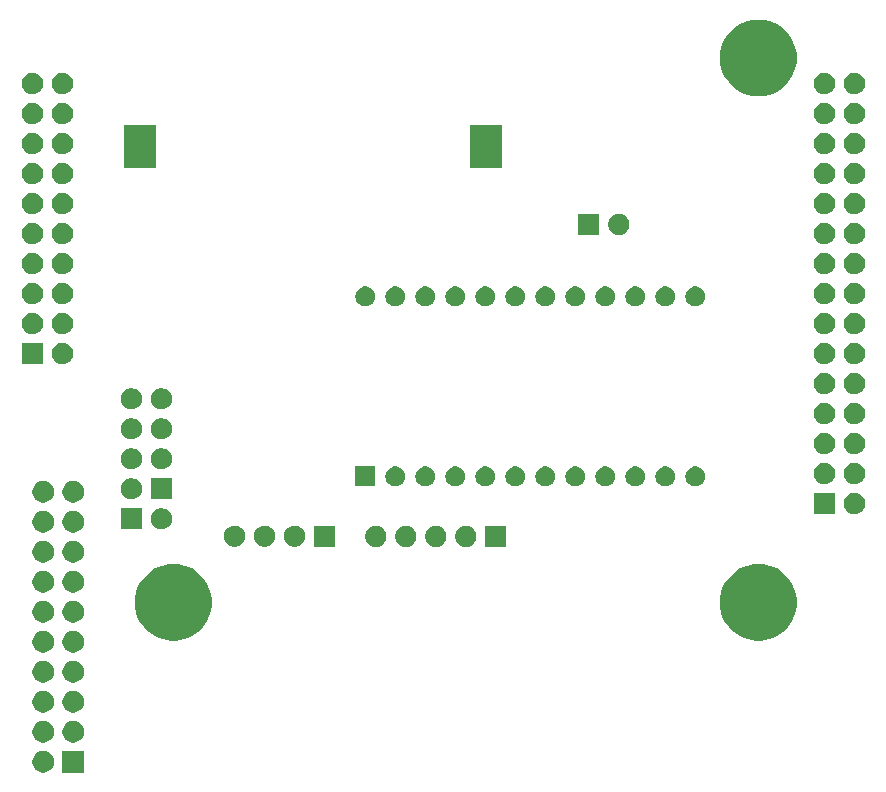
<source format=gbr>
G04 #@! TF.GenerationSoftware,KiCad,Pcbnew,5.1.5+dfsg1-2build2*
G04 #@! TF.CreationDate,2021-08-24T22:34:42-04:00*
G04 #@! TF.ProjectId,U1MB600XL,55314d42-3630-4305-984c-2e6b69636164,1*
G04 #@! TF.SameCoordinates,Original*
G04 #@! TF.FileFunction,Soldermask,Top*
G04 #@! TF.FilePolarity,Negative*
%FSLAX46Y46*%
G04 Gerber Fmt 4.6, Leading zero omitted, Abs format (unit mm)*
G04 Created by KiCad (PCBNEW 5.1.5+dfsg1-2build2) date 2021-08-24 22:34:42*
%MOMM*%
%LPD*%
G04 APERTURE LIST*
%ADD10C,0.100000*%
G04 APERTURE END LIST*
D10*
G36*
X116636800Y-119049800D02*
G01*
X114808000Y-119049800D01*
X114808000Y-117221000D01*
X116636800Y-117221000D01*
X116636800Y-119049800D01*
G37*
G36*
X113360791Y-117238570D02*
G01*
X113449123Y-117256140D01*
X113615531Y-117325069D01*
X113765296Y-117425139D01*
X113892661Y-117552504D01*
X113992731Y-117702269D01*
X114061660Y-117868677D01*
X114096800Y-118045341D01*
X114096800Y-118225459D01*
X114061660Y-118402123D01*
X113992731Y-118568531D01*
X113892661Y-118718296D01*
X113765296Y-118845661D01*
X113615531Y-118945731D01*
X113449123Y-119014660D01*
X113360791Y-119032230D01*
X113272461Y-119049800D01*
X113092339Y-119049800D01*
X113004009Y-119032230D01*
X112915677Y-119014660D01*
X112749269Y-118945731D01*
X112599504Y-118845661D01*
X112472139Y-118718296D01*
X112372069Y-118568531D01*
X112303140Y-118402123D01*
X112268000Y-118225459D01*
X112268000Y-118045341D01*
X112303140Y-117868677D01*
X112372069Y-117702269D01*
X112472139Y-117552504D01*
X112599504Y-117425139D01*
X112749269Y-117325069D01*
X112915677Y-117256140D01*
X113004009Y-117238570D01*
X113092339Y-117221000D01*
X113272461Y-117221000D01*
X113360791Y-117238570D01*
G37*
G36*
X115900791Y-114698570D02*
G01*
X115989123Y-114716140D01*
X116155531Y-114785069D01*
X116305296Y-114885139D01*
X116432661Y-115012504D01*
X116532731Y-115162269D01*
X116601660Y-115328677D01*
X116636800Y-115505341D01*
X116636800Y-115685459D01*
X116601660Y-115862123D01*
X116532731Y-116028531D01*
X116432661Y-116178296D01*
X116305296Y-116305661D01*
X116155531Y-116405731D01*
X115989123Y-116474660D01*
X115900791Y-116492230D01*
X115812461Y-116509800D01*
X115632339Y-116509800D01*
X115544009Y-116492230D01*
X115455677Y-116474660D01*
X115289269Y-116405731D01*
X115139504Y-116305661D01*
X115012139Y-116178296D01*
X114912069Y-116028531D01*
X114843140Y-115862123D01*
X114808000Y-115685459D01*
X114808000Y-115505341D01*
X114843140Y-115328677D01*
X114912069Y-115162269D01*
X115012139Y-115012504D01*
X115139504Y-114885139D01*
X115289269Y-114785069D01*
X115455677Y-114716140D01*
X115544009Y-114698570D01*
X115632339Y-114681000D01*
X115812461Y-114681000D01*
X115900791Y-114698570D01*
G37*
G36*
X113360791Y-114698570D02*
G01*
X113449123Y-114716140D01*
X113615531Y-114785069D01*
X113765296Y-114885139D01*
X113892661Y-115012504D01*
X113992731Y-115162269D01*
X114061660Y-115328677D01*
X114096800Y-115505341D01*
X114096800Y-115685459D01*
X114061660Y-115862123D01*
X113992731Y-116028531D01*
X113892661Y-116178296D01*
X113765296Y-116305661D01*
X113615531Y-116405731D01*
X113449123Y-116474660D01*
X113360791Y-116492230D01*
X113272461Y-116509800D01*
X113092339Y-116509800D01*
X113004009Y-116492230D01*
X112915677Y-116474660D01*
X112749269Y-116405731D01*
X112599504Y-116305661D01*
X112472139Y-116178296D01*
X112372069Y-116028531D01*
X112303140Y-115862123D01*
X112268000Y-115685459D01*
X112268000Y-115505341D01*
X112303140Y-115328677D01*
X112372069Y-115162269D01*
X112472139Y-115012504D01*
X112599504Y-114885139D01*
X112749269Y-114785069D01*
X112915677Y-114716140D01*
X113004009Y-114698570D01*
X113092339Y-114681000D01*
X113272461Y-114681000D01*
X113360791Y-114698570D01*
G37*
G36*
X115900791Y-112158570D02*
G01*
X115989123Y-112176140D01*
X116155531Y-112245069D01*
X116305296Y-112345139D01*
X116432661Y-112472504D01*
X116532731Y-112622269D01*
X116601660Y-112788677D01*
X116636800Y-112965341D01*
X116636800Y-113145459D01*
X116601660Y-113322123D01*
X116532731Y-113488531D01*
X116432661Y-113638296D01*
X116305296Y-113765661D01*
X116155531Y-113865731D01*
X115989123Y-113934660D01*
X115900791Y-113952230D01*
X115812461Y-113969800D01*
X115632339Y-113969800D01*
X115544009Y-113952230D01*
X115455677Y-113934660D01*
X115289269Y-113865731D01*
X115139504Y-113765661D01*
X115012139Y-113638296D01*
X114912069Y-113488531D01*
X114843140Y-113322123D01*
X114808000Y-113145459D01*
X114808000Y-112965341D01*
X114843140Y-112788677D01*
X114912069Y-112622269D01*
X115012139Y-112472504D01*
X115139504Y-112345139D01*
X115289269Y-112245069D01*
X115455677Y-112176140D01*
X115544009Y-112158570D01*
X115632339Y-112141000D01*
X115812461Y-112141000D01*
X115900791Y-112158570D01*
G37*
G36*
X113360791Y-112158570D02*
G01*
X113449123Y-112176140D01*
X113615531Y-112245069D01*
X113765296Y-112345139D01*
X113892661Y-112472504D01*
X113992731Y-112622269D01*
X114061660Y-112788677D01*
X114096800Y-112965341D01*
X114096800Y-113145459D01*
X114061660Y-113322123D01*
X113992731Y-113488531D01*
X113892661Y-113638296D01*
X113765296Y-113765661D01*
X113615531Y-113865731D01*
X113449123Y-113934660D01*
X113360791Y-113952230D01*
X113272461Y-113969800D01*
X113092339Y-113969800D01*
X113004009Y-113952230D01*
X112915677Y-113934660D01*
X112749269Y-113865731D01*
X112599504Y-113765661D01*
X112472139Y-113638296D01*
X112372069Y-113488531D01*
X112303140Y-113322123D01*
X112268000Y-113145459D01*
X112268000Y-112965341D01*
X112303140Y-112788677D01*
X112372069Y-112622269D01*
X112472139Y-112472504D01*
X112599504Y-112345139D01*
X112749269Y-112245069D01*
X112915677Y-112176140D01*
X113004009Y-112158570D01*
X113092339Y-112141000D01*
X113272461Y-112141000D01*
X113360791Y-112158570D01*
G37*
G36*
X115900791Y-109618570D02*
G01*
X115989123Y-109636140D01*
X116155531Y-109705069D01*
X116305296Y-109805139D01*
X116432661Y-109932504D01*
X116532731Y-110082269D01*
X116601660Y-110248677D01*
X116636800Y-110425341D01*
X116636800Y-110605459D01*
X116601660Y-110782123D01*
X116532731Y-110948531D01*
X116432661Y-111098296D01*
X116305296Y-111225661D01*
X116155531Y-111325731D01*
X115989123Y-111394660D01*
X115900791Y-111412230D01*
X115812461Y-111429800D01*
X115632339Y-111429800D01*
X115544009Y-111412230D01*
X115455677Y-111394660D01*
X115289269Y-111325731D01*
X115139504Y-111225661D01*
X115012139Y-111098296D01*
X114912069Y-110948531D01*
X114843140Y-110782123D01*
X114808000Y-110605459D01*
X114808000Y-110425341D01*
X114843140Y-110248677D01*
X114912069Y-110082269D01*
X115012139Y-109932504D01*
X115139504Y-109805139D01*
X115289269Y-109705069D01*
X115455677Y-109636140D01*
X115544009Y-109618570D01*
X115632339Y-109601000D01*
X115812461Y-109601000D01*
X115900791Y-109618570D01*
G37*
G36*
X113360791Y-109618570D02*
G01*
X113449123Y-109636140D01*
X113615531Y-109705069D01*
X113765296Y-109805139D01*
X113892661Y-109932504D01*
X113992731Y-110082269D01*
X114061660Y-110248677D01*
X114096800Y-110425341D01*
X114096800Y-110605459D01*
X114061660Y-110782123D01*
X113992731Y-110948531D01*
X113892661Y-111098296D01*
X113765296Y-111225661D01*
X113615531Y-111325731D01*
X113449123Y-111394660D01*
X113360791Y-111412230D01*
X113272461Y-111429800D01*
X113092339Y-111429800D01*
X113004009Y-111412230D01*
X112915677Y-111394660D01*
X112749269Y-111325731D01*
X112599504Y-111225661D01*
X112472139Y-111098296D01*
X112372069Y-110948531D01*
X112303140Y-110782123D01*
X112268000Y-110605459D01*
X112268000Y-110425341D01*
X112303140Y-110248677D01*
X112372069Y-110082269D01*
X112472139Y-109932504D01*
X112599504Y-109805139D01*
X112749269Y-109705069D01*
X112915677Y-109636140D01*
X113004009Y-109618570D01*
X113092339Y-109601000D01*
X113272461Y-109601000D01*
X113360791Y-109618570D01*
G37*
G36*
X113360791Y-107078570D02*
G01*
X113449123Y-107096140D01*
X113615531Y-107165069D01*
X113765296Y-107265139D01*
X113892661Y-107392504D01*
X113992731Y-107542269D01*
X114061660Y-107708677D01*
X114096800Y-107885341D01*
X114096800Y-108065459D01*
X114061660Y-108242123D01*
X113992731Y-108408531D01*
X113892661Y-108558296D01*
X113765296Y-108685661D01*
X113615531Y-108785731D01*
X113449123Y-108854660D01*
X113360791Y-108872230D01*
X113272461Y-108889800D01*
X113092339Y-108889800D01*
X113004009Y-108872230D01*
X112915677Y-108854660D01*
X112749269Y-108785731D01*
X112599504Y-108685661D01*
X112472139Y-108558296D01*
X112372069Y-108408531D01*
X112303140Y-108242123D01*
X112268000Y-108065459D01*
X112268000Y-107885341D01*
X112303140Y-107708677D01*
X112372069Y-107542269D01*
X112472139Y-107392504D01*
X112599504Y-107265139D01*
X112749269Y-107165069D01*
X112915677Y-107096140D01*
X113004009Y-107078570D01*
X113092339Y-107061000D01*
X113272461Y-107061000D01*
X113360791Y-107078570D01*
G37*
G36*
X115900791Y-107078570D02*
G01*
X115989123Y-107096140D01*
X116155531Y-107165069D01*
X116305296Y-107265139D01*
X116432661Y-107392504D01*
X116532731Y-107542269D01*
X116601660Y-107708677D01*
X116636800Y-107885341D01*
X116636800Y-108065459D01*
X116601660Y-108242123D01*
X116532731Y-108408531D01*
X116432661Y-108558296D01*
X116305296Y-108685661D01*
X116155531Y-108785731D01*
X115989123Y-108854660D01*
X115900791Y-108872230D01*
X115812461Y-108889800D01*
X115632339Y-108889800D01*
X115544009Y-108872230D01*
X115455677Y-108854660D01*
X115289269Y-108785731D01*
X115139504Y-108685661D01*
X115012139Y-108558296D01*
X114912069Y-108408531D01*
X114843140Y-108242123D01*
X114808000Y-108065459D01*
X114808000Y-107885341D01*
X114843140Y-107708677D01*
X114912069Y-107542269D01*
X115012139Y-107392504D01*
X115139504Y-107265139D01*
X115289269Y-107165069D01*
X115455677Y-107096140D01*
X115544009Y-107078570D01*
X115632339Y-107061000D01*
X115812461Y-107061000D01*
X115900791Y-107078570D01*
G37*
G36*
X174213188Y-101428432D02*
G01*
X174684226Y-101522127D01*
X175275832Y-101767178D01*
X175808265Y-102122938D01*
X176261062Y-102575735D01*
X176616822Y-103108168D01*
X176861873Y-103699774D01*
X176986800Y-104327825D01*
X176986800Y-104968175D01*
X176861873Y-105596226D01*
X176616822Y-106187832D01*
X176261062Y-106720265D01*
X175808265Y-107173062D01*
X175275832Y-107528822D01*
X174684226Y-107773873D01*
X174213188Y-107867568D01*
X174056176Y-107898800D01*
X173415824Y-107898800D01*
X173258812Y-107867568D01*
X172787774Y-107773873D01*
X172196168Y-107528822D01*
X171663735Y-107173062D01*
X171210938Y-106720265D01*
X170855178Y-106187832D01*
X170610127Y-105596226D01*
X170485200Y-104968175D01*
X170485200Y-104327825D01*
X170610127Y-103699774D01*
X170855178Y-103108168D01*
X171210938Y-102575735D01*
X171663735Y-102122938D01*
X172196168Y-101767178D01*
X172787774Y-101522127D01*
X173258812Y-101428432D01*
X173415824Y-101397200D01*
X174056176Y-101397200D01*
X174213188Y-101428432D01*
G37*
G36*
X124683188Y-101428432D02*
G01*
X125154226Y-101522127D01*
X125745832Y-101767178D01*
X126278265Y-102122938D01*
X126731062Y-102575735D01*
X127086822Y-103108168D01*
X127331873Y-103699774D01*
X127456800Y-104327825D01*
X127456800Y-104968175D01*
X127331873Y-105596226D01*
X127086822Y-106187832D01*
X126731062Y-106720265D01*
X126278265Y-107173062D01*
X125745832Y-107528822D01*
X125154226Y-107773873D01*
X124683188Y-107867568D01*
X124526176Y-107898800D01*
X123885824Y-107898800D01*
X123728812Y-107867568D01*
X123257774Y-107773873D01*
X122666168Y-107528822D01*
X122133735Y-107173062D01*
X121680938Y-106720265D01*
X121325178Y-106187832D01*
X121080127Y-105596226D01*
X120955200Y-104968175D01*
X120955200Y-104327825D01*
X121080127Y-103699774D01*
X121325178Y-103108168D01*
X121680938Y-102575735D01*
X122133735Y-102122938D01*
X122666168Y-101767178D01*
X123257774Y-101522127D01*
X123728812Y-101428432D01*
X123885824Y-101397200D01*
X124526176Y-101397200D01*
X124683188Y-101428432D01*
G37*
G36*
X115900791Y-104538570D02*
G01*
X115989123Y-104556140D01*
X116155531Y-104625069D01*
X116305296Y-104725139D01*
X116432661Y-104852504D01*
X116532731Y-105002269D01*
X116601660Y-105168677D01*
X116601660Y-105168679D01*
X116636800Y-105345339D01*
X116636800Y-105525461D01*
X116622724Y-105596226D01*
X116601660Y-105702123D01*
X116532731Y-105868531D01*
X116432661Y-106018296D01*
X116305296Y-106145661D01*
X116155531Y-106245731D01*
X115989123Y-106314660D01*
X115900791Y-106332230D01*
X115812461Y-106349800D01*
X115632339Y-106349800D01*
X115544009Y-106332230D01*
X115455677Y-106314660D01*
X115289269Y-106245731D01*
X115139504Y-106145661D01*
X115012139Y-106018296D01*
X114912069Y-105868531D01*
X114843140Y-105702123D01*
X114822076Y-105596226D01*
X114808000Y-105525461D01*
X114808000Y-105345339D01*
X114843140Y-105168679D01*
X114843140Y-105168677D01*
X114912069Y-105002269D01*
X115012139Y-104852504D01*
X115139504Y-104725139D01*
X115289269Y-104625069D01*
X115455677Y-104556140D01*
X115544009Y-104538570D01*
X115632339Y-104521000D01*
X115812461Y-104521000D01*
X115900791Y-104538570D01*
G37*
G36*
X113360791Y-104538570D02*
G01*
X113449123Y-104556140D01*
X113615531Y-104625069D01*
X113765296Y-104725139D01*
X113892661Y-104852504D01*
X113992731Y-105002269D01*
X114061660Y-105168677D01*
X114061660Y-105168679D01*
X114096800Y-105345339D01*
X114096800Y-105525461D01*
X114082724Y-105596226D01*
X114061660Y-105702123D01*
X113992731Y-105868531D01*
X113892661Y-106018296D01*
X113765296Y-106145661D01*
X113615531Y-106245731D01*
X113449123Y-106314660D01*
X113360791Y-106332230D01*
X113272461Y-106349800D01*
X113092339Y-106349800D01*
X113004009Y-106332230D01*
X112915677Y-106314660D01*
X112749269Y-106245731D01*
X112599504Y-106145661D01*
X112472139Y-106018296D01*
X112372069Y-105868531D01*
X112303140Y-105702123D01*
X112282076Y-105596226D01*
X112268000Y-105525461D01*
X112268000Y-105345339D01*
X112303140Y-105168679D01*
X112303140Y-105168677D01*
X112372069Y-105002269D01*
X112472139Y-104852504D01*
X112599504Y-104725139D01*
X112749269Y-104625069D01*
X112915677Y-104556140D01*
X113004009Y-104538570D01*
X113092339Y-104521000D01*
X113272461Y-104521000D01*
X113360791Y-104538570D01*
G37*
G36*
X115900791Y-101998570D02*
G01*
X115989123Y-102016140D01*
X116155531Y-102085069D01*
X116305296Y-102185139D01*
X116432661Y-102312504D01*
X116532731Y-102462269D01*
X116601660Y-102628677D01*
X116636800Y-102805341D01*
X116636800Y-102985459D01*
X116601660Y-103162123D01*
X116532731Y-103328531D01*
X116432661Y-103478296D01*
X116305296Y-103605661D01*
X116155531Y-103705731D01*
X115989123Y-103774660D01*
X115900791Y-103792230D01*
X115812461Y-103809800D01*
X115632339Y-103809800D01*
X115544009Y-103792230D01*
X115455677Y-103774660D01*
X115289269Y-103705731D01*
X115139504Y-103605661D01*
X115012139Y-103478296D01*
X114912069Y-103328531D01*
X114843140Y-103162123D01*
X114808000Y-102985459D01*
X114808000Y-102805341D01*
X114843140Y-102628677D01*
X114912069Y-102462269D01*
X115012139Y-102312504D01*
X115139504Y-102185139D01*
X115289269Y-102085069D01*
X115455677Y-102016140D01*
X115544009Y-101998570D01*
X115632339Y-101981000D01*
X115812461Y-101981000D01*
X115900791Y-101998570D01*
G37*
G36*
X113360791Y-101998570D02*
G01*
X113449123Y-102016140D01*
X113615531Y-102085069D01*
X113765296Y-102185139D01*
X113892661Y-102312504D01*
X113992731Y-102462269D01*
X114061660Y-102628677D01*
X114096800Y-102805341D01*
X114096800Y-102985459D01*
X114061660Y-103162123D01*
X113992731Y-103328531D01*
X113892661Y-103478296D01*
X113765296Y-103605661D01*
X113615531Y-103705731D01*
X113449123Y-103774660D01*
X113360791Y-103792230D01*
X113272461Y-103809800D01*
X113092339Y-103809800D01*
X113004009Y-103792230D01*
X112915677Y-103774660D01*
X112749269Y-103705731D01*
X112599504Y-103605661D01*
X112472139Y-103478296D01*
X112372069Y-103328531D01*
X112303140Y-103162123D01*
X112268000Y-102985459D01*
X112268000Y-102805341D01*
X112303140Y-102628677D01*
X112372069Y-102462269D01*
X112472139Y-102312504D01*
X112599504Y-102185139D01*
X112749269Y-102085069D01*
X112915677Y-102016140D01*
X113004009Y-101998570D01*
X113092339Y-101981000D01*
X113272461Y-101981000D01*
X113360791Y-101998570D01*
G37*
G36*
X115900791Y-99458570D02*
G01*
X115989123Y-99476140D01*
X116155531Y-99545069D01*
X116305296Y-99645139D01*
X116432661Y-99772504D01*
X116532731Y-99922269D01*
X116601660Y-100088677D01*
X116636800Y-100265341D01*
X116636800Y-100445459D01*
X116601660Y-100622123D01*
X116532731Y-100788531D01*
X116432661Y-100938296D01*
X116305296Y-101065661D01*
X116155531Y-101165731D01*
X115989123Y-101234660D01*
X115900791Y-101252230D01*
X115812461Y-101269800D01*
X115632339Y-101269800D01*
X115544009Y-101252230D01*
X115455677Y-101234660D01*
X115289269Y-101165731D01*
X115139504Y-101065661D01*
X115012139Y-100938296D01*
X114912069Y-100788531D01*
X114843140Y-100622123D01*
X114808000Y-100445459D01*
X114808000Y-100265341D01*
X114843140Y-100088677D01*
X114912069Y-99922269D01*
X115012139Y-99772504D01*
X115139504Y-99645139D01*
X115289269Y-99545069D01*
X115455677Y-99476140D01*
X115544009Y-99458570D01*
X115632339Y-99441000D01*
X115812461Y-99441000D01*
X115900791Y-99458570D01*
G37*
G36*
X113360791Y-99458570D02*
G01*
X113449123Y-99476140D01*
X113615531Y-99545069D01*
X113765296Y-99645139D01*
X113892661Y-99772504D01*
X113992731Y-99922269D01*
X114061660Y-100088677D01*
X114096800Y-100265341D01*
X114096800Y-100445459D01*
X114061660Y-100622123D01*
X113992731Y-100788531D01*
X113892661Y-100938296D01*
X113765296Y-101065661D01*
X113615531Y-101165731D01*
X113449123Y-101234660D01*
X113360791Y-101252230D01*
X113272461Y-101269800D01*
X113092339Y-101269800D01*
X113004009Y-101252230D01*
X112915677Y-101234660D01*
X112749269Y-101165731D01*
X112599504Y-101065661D01*
X112472139Y-100938296D01*
X112372069Y-100788531D01*
X112303140Y-100622123D01*
X112268000Y-100445459D01*
X112268000Y-100265341D01*
X112303140Y-100088677D01*
X112372069Y-99922269D01*
X112472139Y-99772504D01*
X112599504Y-99645139D01*
X112749269Y-99545069D01*
X112915677Y-99476140D01*
X113004009Y-99458570D01*
X113092339Y-99441000D01*
X113272461Y-99441000D01*
X113360791Y-99458570D01*
G37*
G36*
X146693754Y-98193817D02*
G01*
X146857689Y-98261721D01*
X147005227Y-98360303D01*
X147130697Y-98485773D01*
X147229279Y-98633311D01*
X147297183Y-98797246D01*
X147331800Y-98971279D01*
X147331800Y-99148721D01*
X147297183Y-99322754D01*
X147229279Y-99486689D01*
X147130697Y-99634227D01*
X147005227Y-99759697D01*
X146857689Y-99858279D01*
X146693754Y-99926183D01*
X146519721Y-99960800D01*
X146342279Y-99960800D01*
X146168246Y-99926183D01*
X146004311Y-99858279D01*
X145856773Y-99759697D01*
X145731303Y-99634227D01*
X145632721Y-99486689D01*
X145564817Y-99322754D01*
X145530200Y-99148721D01*
X145530200Y-98971279D01*
X145564817Y-98797246D01*
X145632721Y-98633311D01*
X145731303Y-98485773D01*
X145856773Y-98360303D01*
X146004311Y-98261721D01*
X146168246Y-98193817D01*
X146342279Y-98159200D01*
X146519721Y-98159200D01*
X146693754Y-98193817D01*
G37*
G36*
X141613754Y-98193817D02*
G01*
X141777689Y-98261721D01*
X141925227Y-98360303D01*
X142050697Y-98485773D01*
X142149279Y-98633311D01*
X142217183Y-98797246D01*
X142251800Y-98971279D01*
X142251800Y-99148721D01*
X142217183Y-99322754D01*
X142149279Y-99486689D01*
X142050697Y-99634227D01*
X141925227Y-99759697D01*
X141777689Y-99858279D01*
X141613754Y-99926183D01*
X141439721Y-99960800D01*
X141262279Y-99960800D01*
X141088246Y-99926183D01*
X140924311Y-99858279D01*
X140776773Y-99759697D01*
X140651303Y-99634227D01*
X140552721Y-99486689D01*
X140484817Y-99322754D01*
X140450200Y-99148721D01*
X140450200Y-98971279D01*
X140484817Y-98797246D01*
X140552721Y-98633311D01*
X140651303Y-98485773D01*
X140776773Y-98360303D01*
X140924311Y-98261721D01*
X141088246Y-98193817D01*
X141262279Y-98159200D01*
X141439721Y-98159200D01*
X141613754Y-98193817D01*
G37*
G36*
X144153754Y-98193817D02*
G01*
X144317689Y-98261721D01*
X144465227Y-98360303D01*
X144590697Y-98485773D01*
X144689279Y-98633311D01*
X144757183Y-98797246D01*
X144791800Y-98971279D01*
X144791800Y-99148721D01*
X144757183Y-99322754D01*
X144689279Y-99486689D01*
X144590697Y-99634227D01*
X144465227Y-99759697D01*
X144317689Y-99858279D01*
X144153754Y-99926183D01*
X143979721Y-99960800D01*
X143802279Y-99960800D01*
X143628246Y-99926183D01*
X143464311Y-99858279D01*
X143316773Y-99759697D01*
X143191303Y-99634227D01*
X143092721Y-99486689D01*
X143024817Y-99322754D01*
X142990200Y-99148721D01*
X142990200Y-98971279D01*
X143024817Y-98797246D01*
X143092721Y-98633311D01*
X143191303Y-98485773D01*
X143316773Y-98360303D01*
X143464311Y-98261721D01*
X143628246Y-98193817D01*
X143802279Y-98159200D01*
X143979721Y-98159200D01*
X144153754Y-98193817D01*
G37*
G36*
X152411800Y-99960800D02*
G01*
X150610200Y-99960800D01*
X150610200Y-98159200D01*
X152411800Y-98159200D01*
X152411800Y-99960800D01*
G37*
G36*
X149233754Y-98193817D02*
G01*
X149397689Y-98261721D01*
X149545227Y-98360303D01*
X149670697Y-98485773D01*
X149769279Y-98633311D01*
X149837183Y-98797246D01*
X149871800Y-98971279D01*
X149871800Y-99148721D01*
X149837183Y-99322754D01*
X149769279Y-99486689D01*
X149670697Y-99634227D01*
X149545227Y-99759697D01*
X149397689Y-99858279D01*
X149233754Y-99926183D01*
X149059721Y-99960800D01*
X148882279Y-99960800D01*
X148708246Y-99926183D01*
X148544311Y-99858279D01*
X148396773Y-99759697D01*
X148271303Y-99634227D01*
X148172721Y-99486689D01*
X148104817Y-99322754D01*
X148070200Y-99148721D01*
X148070200Y-98971279D01*
X148104817Y-98797246D01*
X148172721Y-98633311D01*
X148271303Y-98485773D01*
X148396773Y-98360303D01*
X148544311Y-98261721D01*
X148708246Y-98193817D01*
X148882279Y-98159200D01*
X149059721Y-98159200D01*
X149233754Y-98193817D01*
G37*
G36*
X134730354Y-98168417D02*
G01*
X134894289Y-98236321D01*
X135041827Y-98334903D01*
X135167297Y-98460373D01*
X135265879Y-98607911D01*
X135333783Y-98771846D01*
X135368400Y-98945879D01*
X135368400Y-99123321D01*
X135333783Y-99297354D01*
X135265879Y-99461289D01*
X135167297Y-99608827D01*
X135041827Y-99734297D01*
X134894289Y-99832879D01*
X134730354Y-99900783D01*
X134556321Y-99935400D01*
X134378879Y-99935400D01*
X134204846Y-99900783D01*
X134040911Y-99832879D01*
X133893373Y-99734297D01*
X133767903Y-99608827D01*
X133669321Y-99461289D01*
X133601417Y-99297354D01*
X133566800Y-99123321D01*
X133566800Y-98945879D01*
X133601417Y-98771846D01*
X133669321Y-98607911D01*
X133767903Y-98460373D01*
X133893373Y-98334903D01*
X134040911Y-98236321D01*
X134204846Y-98168417D01*
X134378879Y-98133800D01*
X134556321Y-98133800D01*
X134730354Y-98168417D01*
G37*
G36*
X132190354Y-98168417D02*
G01*
X132354289Y-98236321D01*
X132501827Y-98334903D01*
X132627297Y-98460373D01*
X132725879Y-98607911D01*
X132793783Y-98771846D01*
X132828400Y-98945879D01*
X132828400Y-99123321D01*
X132793783Y-99297354D01*
X132725879Y-99461289D01*
X132627297Y-99608827D01*
X132501827Y-99734297D01*
X132354289Y-99832879D01*
X132190354Y-99900783D01*
X132016321Y-99935400D01*
X131838879Y-99935400D01*
X131664846Y-99900783D01*
X131500911Y-99832879D01*
X131353373Y-99734297D01*
X131227903Y-99608827D01*
X131129321Y-99461289D01*
X131061417Y-99297354D01*
X131026800Y-99123321D01*
X131026800Y-98945879D01*
X131061417Y-98771846D01*
X131129321Y-98607911D01*
X131227903Y-98460373D01*
X131353373Y-98334903D01*
X131500911Y-98236321D01*
X131664846Y-98168417D01*
X131838879Y-98133800D01*
X132016321Y-98133800D01*
X132190354Y-98168417D01*
G37*
G36*
X129650354Y-98168417D02*
G01*
X129814289Y-98236321D01*
X129961827Y-98334903D01*
X130087297Y-98460373D01*
X130185879Y-98607911D01*
X130253783Y-98771846D01*
X130288400Y-98945879D01*
X130288400Y-99123321D01*
X130253783Y-99297354D01*
X130185879Y-99461289D01*
X130087297Y-99608827D01*
X129961827Y-99734297D01*
X129814289Y-99832879D01*
X129650354Y-99900783D01*
X129476321Y-99935400D01*
X129298879Y-99935400D01*
X129124846Y-99900783D01*
X128960911Y-99832879D01*
X128813373Y-99734297D01*
X128687903Y-99608827D01*
X128589321Y-99461289D01*
X128521417Y-99297354D01*
X128486800Y-99123321D01*
X128486800Y-98945879D01*
X128521417Y-98771846D01*
X128589321Y-98607911D01*
X128687903Y-98460373D01*
X128813373Y-98334903D01*
X128960911Y-98236321D01*
X129124846Y-98168417D01*
X129298879Y-98133800D01*
X129476321Y-98133800D01*
X129650354Y-98168417D01*
G37*
G36*
X137908400Y-99935400D02*
G01*
X136106800Y-99935400D01*
X136106800Y-98133800D01*
X137908400Y-98133800D01*
X137908400Y-99935400D01*
G37*
G36*
X113360791Y-96918570D02*
G01*
X113449123Y-96936140D01*
X113615531Y-97005069D01*
X113765296Y-97105139D01*
X113892661Y-97232504D01*
X113992731Y-97382269D01*
X114061660Y-97548677D01*
X114096800Y-97725341D01*
X114096800Y-97905459D01*
X114061660Y-98082123D01*
X113992731Y-98248531D01*
X113892661Y-98398296D01*
X113765296Y-98525661D01*
X113615531Y-98625731D01*
X113449123Y-98694660D01*
X113360791Y-98712230D01*
X113272461Y-98729800D01*
X113092339Y-98729800D01*
X113004009Y-98712230D01*
X112915677Y-98694660D01*
X112749269Y-98625731D01*
X112599504Y-98525661D01*
X112472139Y-98398296D01*
X112372069Y-98248531D01*
X112303140Y-98082123D01*
X112268000Y-97905459D01*
X112268000Y-97725341D01*
X112303140Y-97548677D01*
X112372069Y-97382269D01*
X112472139Y-97232504D01*
X112599504Y-97105139D01*
X112749269Y-97005069D01*
X112915677Y-96936140D01*
X113004009Y-96918570D01*
X113092339Y-96901000D01*
X113272461Y-96901000D01*
X113360791Y-96918570D01*
G37*
G36*
X115900791Y-96918570D02*
G01*
X115989123Y-96936140D01*
X116155531Y-97005069D01*
X116305296Y-97105139D01*
X116432661Y-97232504D01*
X116532731Y-97382269D01*
X116601660Y-97548677D01*
X116636800Y-97725341D01*
X116636800Y-97905459D01*
X116601660Y-98082123D01*
X116532731Y-98248531D01*
X116432661Y-98398296D01*
X116305296Y-98525661D01*
X116155531Y-98625731D01*
X115989123Y-98694660D01*
X115900791Y-98712230D01*
X115812461Y-98729800D01*
X115632339Y-98729800D01*
X115544009Y-98712230D01*
X115455677Y-98694660D01*
X115289269Y-98625731D01*
X115139504Y-98525661D01*
X115012139Y-98398296D01*
X114912069Y-98248531D01*
X114843140Y-98082123D01*
X114808000Y-97905459D01*
X114808000Y-97725341D01*
X114843140Y-97548677D01*
X114912069Y-97382269D01*
X115012139Y-97232504D01*
X115139504Y-97105139D01*
X115289269Y-97005069D01*
X115455677Y-96936140D01*
X115544009Y-96918570D01*
X115632339Y-96901000D01*
X115812461Y-96901000D01*
X115900791Y-96918570D01*
G37*
G36*
X121550800Y-98462200D02*
G01*
X119749200Y-98462200D01*
X119749200Y-96660600D01*
X121550800Y-96660600D01*
X121550800Y-98462200D01*
G37*
G36*
X123452754Y-96695217D02*
G01*
X123616689Y-96763121D01*
X123764227Y-96861703D01*
X123889697Y-96987173D01*
X123988279Y-97134711D01*
X124056183Y-97298646D01*
X124090800Y-97472679D01*
X124090800Y-97650121D01*
X124056183Y-97824154D01*
X123988279Y-97988089D01*
X123889697Y-98135627D01*
X123764227Y-98261097D01*
X123616689Y-98359679D01*
X123452754Y-98427583D01*
X123278721Y-98462200D01*
X123101279Y-98462200D01*
X122927246Y-98427583D01*
X122763311Y-98359679D01*
X122615773Y-98261097D01*
X122490303Y-98135627D01*
X122391721Y-97988089D01*
X122323817Y-97824154D01*
X122289200Y-97650121D01*
X122289200Y-97472679D01*
X122323817Y-97298646D01*
X122391721Y-97134711D01*
X122490303Y-96987173D01*
X122615773Y-96861703D01*
X122763311Y-96763121D01*
X122927246Y-96695217D01*
X123101279Y-96660600D01*
X123278721Y-96660600D01*
X123452754Y-96695217D01*
G37*
G36*
X182126754Y-95399817D02*
G01*
X182290689Y-95467721D01*
X182438227Y-95566303D01*
X182563697Y-95691773D01*
X182662279Y-95839311D01*
X182730183Y-96003246D01*
X182764800Y-96177279D01*
X182764800Y-96354721D01*
X182730183Y-96528754D01*
X182662279Y-96692689D01*
X182563697Y-96840227D01*
X182438227Y-96965697D01*
X182290689Y-97064279D01*
X182126754Y-97132183D01*
X181952721Y-97166800D01*
X181775279Y-97166800D01*
X181601246Y-97132183D01*
X181437311Y-97064279D01*
X181289773Y-96965697D01*
X181164303Y-96840227D01*
X181065721Y-96692689D01*
X180997817Y-96528754D01*
X180963200Y-96354721D01*
X180963200Y-96177279D01*
X180997817Y-96003246D01*
X181065721Y-95839311D01*
X181164303Y-95691773D01*
X181289773Y-95566303D01*
X181437311Y-95467721D01*
X181601246Y-95399817D01*
X181775279Y-95365200D01*
X181952721Y-95365200D01*
X182126754Y-95399817D01*
G37*
G36*
X180224800Y-97166800D02*
G01*
X178423200Y-97166800D01*
X178423200Y-95365200D01*
X180224800Y-95365200D01*
X180224800Y-97166800D01*
G37*
G36*
X113360791Y-94378570D02*
G01*
X113449123Y-94396140D01*
X113615531Y-94465069D01*
X113765296Y-94565139D01*
X113892661Y-94692504D01*
X113992731Y-94842269D01*
X114061660Y-95008677D01*
X114096800Y-95185341D01*
X114096800Y-95365459D01*
X114061660Y-95542123D01*
X113992731Y-95708531D01*
X113892661Y-95858296D01*
X113765296Y-95985661D01*
X113615531Y-96085731D01*
X113449123Y-96154660D01*
X113360791Y-96172230D01*
X113272461Y-96189800D01*
X113092339Y-96189800D01*
X113004009Y-96172230D01*
X112915677Y-96154660D01*
X112749269Y-96085731D01*
X112599504Y-95985661D01*
X112472139Y-95858296D01*
X112372069Y-95708531D01*
X112303140Y-95542123D01*
X112268000Y-95365459D01*
X112268000Y-95185341D01*
X112303140Y-95008677D01*
X112372069Y-94842269D01*
X112472139Y-94692504D01*
X112599504Y-94565139D01*
X112749269Y-94465069D01*
X112915677Y-94396140D01*
X113004009Y-94378570D01*
X113092339Y-94361000D01*
X113272461Y-94361000D01*
X113360791Y-94378570D01*
G37*
G36*
X115900791Y-94378570D02*
G01*
X115989123Y-94396140D01*
X116155531Y-94465069D01*
X116305296Y-94565139D01*
X116432661Y-94692504D01*
X116532731Y-94842269D01*
X116601660Y-95008677D01*
X116636800Y-95185341D01*
X116636800Y-95365459D01*
X116601660Y-95542123D01*
X116532731Y-95708531D01*
X116432661Y-95858296D01*
X116305296Y-95985661D01*
X116155531Y-96085731D01*
X115989123Y-96154660D01*
X115900791Y-96172230D01*
X115812461Y-96189800D01*
X115632339Y-96189800D01*
X115544009Y-96172230D01*
X115455677Y-96154660D01*
X115289269Y-96085731D01*
X115139504Y-95985661D01*
X115012139Y-95858296D01*
X114912069Y-95708531D01*
X114843140Y-95542123D01*
X114808000Y-95365459D01*
X114808000Y-95185341D01*
X114843140Y-95008677D01*
X114912069Y-94842269D01*
X115012139Y-94692504D01*
X115139504Y-94565139D01*
X115289269Y-94465069D01*
X115455677Y-94396140D01*
X115544009Y-94378570D01*
X115632339Y-94361000D01*
X115812461Y-94361000D01*
X115900791Y-94378570D01*
G37*
G36*
X124090800Y-95922200D02*
G01*
X122289200Y-95922200D01*
X122289200Y-94120600D01*
X124090800Y-94120600D01*
X124090800Y-95922200D01*
G37*
G36*
X120912754Y-94155217D02*
G01*
X121076689Y-94223121D01*
X121224227Y-94321703D01*
X121349697Y-94447173D01*
X121448279Y-94594711D01*
X121516183Y-94758646D01*
X121550800Y-94932679D01*
X121550800Y-95110121D01*
X121516183Y-95284154D01*
X121448279Y-95448089D01*
X121349697Y-95595627D01*
X121224227Y-95721097D01*
X121076689Y-95819679D01*
X120912754Y-95887583D01*
X120738721Y-95922200D01*
X120561279Y-95922200D01*
X120387246Y-95887583D01*
X120223311Y-95819679D01*
X120075773Y-95721097D01*
X119950303Y-95595627D01*
X119851721Y-95448089D01*
X119783817Y-95284154D01*
X119749200Y-95110121D01*
X119749200Y-94932679D01*
X119783817Y-94758646D01*
X119851721Y-94594711D01*
X119950303Y-94447173D01*
X120075773Y-94321703D01*
X120223311Y-94223121D01*
X120387246Y-94155217D01*
X120561279Y-94120600D01*
X120738721Y-94120600D01*
X120912754Y-94155217D01*
G37*
G36*
X163570169Y-93161895D02*
G01*
X163725005Y-93226031D01*
X163864354Y-93319140D01*
X163982860Y-93437646D01*
X164075969Y-93576995D01*
X164140105Y-93731831D01*
X164172800Y-93896203D01*
X164172800Y-94063797D01*
X164140105Y-94228169D01*
X164075969Y-94383005D01*
X163982860Y-94522354D01*
X163864354Y-94640860D01*
X163725005Y-94733969D01*
X163570169Y-94798105D01*
X163405797Y-94830800D01*
X163238203Y-94830800D01*
X163073831Y-94798105D01*
X162918995Y-94733969D01*
X162779646Y-94640860D01*
X162661140Y-94522354D01*
X162568031Y-94383005D01*
X162503895Y-94228169D01*
X162471200Y-94063797D01*
X162471200Y-93896203D01*
X162503895Y-93731831D01*
X162568031Y-93576995D01*
X162661140Y-93437646D01*
X162779646Y-93319140D01*
X162918995Y-93226031D01*
X163073831Y-93161895D01*
X163238203Y-93129200D01*
X163405797Y-93129200D01*
X163570169Y-93161895D01*
G37*
G36*
X168650169Y-93161895D02*
G01*
X168805005Y-93226031D01*
X168944354Y-93319140D01*
X169062860Y-93437646D01*
X169155969Y-93576995D01*
X169220105Y-93731831D01*
X169252800Y-93896203D01*
X169252800Y-94063797D01*
X169220105Y-94228169D01*
X169155969Y-94383005D01*
X169062860Y-94522354D01*
X168944354Y-94640860D01*
X168805005Y-94733969D01*
X168650169Y-94798105D01*
X168485797Y-94830800D01*
X168318203Y-94830800D01*
X168153831Y-94798105D01*
X167998995Y-94733969D01*
X167859646Y-94640860D01*
X167741140Y-94522354D01*
X167648031Y-94383005D01*
X167583895Y-94228169D01*
X167551200Y-94063797D01*
X167551200Y-93896203D01*
X167583895Y-93731831D01*
X167648031Y-93576995D01*
X167741140Y-93437646D01*
X167859646Y-93319140D01*
X167998995Y-93226031D01*
X168153831Y-93161895D01*
X168318203Y-93129200D01*
X168485797Y-93129200D01*
X168650169Y-93161895D01*
G37*
G36*
X166110169Y-93161895D02*
G01*
X166265005Y-93226031D01*
X166404354Y-93319140D01*
X166522860Y-93437646D01*
X166615969Y-93576995D01*
X166680105Y-93731831D01*
X166712800Y-93896203D01*
X166712800Y-94063797D01*
X166680105Y-94228169D01*
X166615969Y-94383005D01*
X166522860Y-94522354D01*
X166404354Y-94640860D01*
X166265005Y-94733969D01*
X166110169Y-94798105D01*
X165945797Y-94830800D01*
X165778203Y-94830800D01*
X165613831Y-94798105D01*
X165458995Y-94733969D01*
X165319646Y-94640860D01*
X165201140Y-94522354D01*
X165108031Y-94383005D01*
X165043895Y-94228169D01*
X165011200Y-94063797D01*
X165011200Y-93896203D01*
X165043895Y-93731831D01*
X165108031Y-93576995D01*
X165201140Y-93437646D01*
X165319646Y-93319140D01*
X165458995Y-93226031D01*
X165613831Y-93161895D01*
X165778203Y-93129200D01*
X165945797Y-93129200D01*
X166110169Y-93161895D01*
G37*
G36*
X161030169Y-93161895D02*
G01*
X161185005Y-93226031D01*
X161324354Y-93319140D01*
X161442860Y-93437646D01*
X161535969Y-93576995D01*
X161600105Y-93731831D01*
X161632800Y-93896203D01*
X161632800Y-94063797D01*
X161600105Y-94228169D01*
X161535969Y-94383005D01*
X161442860Y-94522354D01*
X161324354Y-94640860D01*
X161185005Y-94733969D01*
X161030169Y-94798105D01*
X160865797Y-94830800D01*
X160698203Y-94830800D01*
X160533831Y-94798105D01*
X160378995Y-94733969D01*
X160239646Y-94640860D01*
X160121140Y-94522354D01*
X160028031Y-94383005D01*
X159963895Y-94228169D01*
X159931200Y-94063797D01*
X159931200Y-93896203D01*
X159963895Y-93731831D01*
X160028031Y-93576995D01*
X160121140Y-93437646D01*
X160239646Y-93319140D01*
X160378995Y-93226031D01*
X160533831Y-93161895D01*
X160698203Y-93129200D01*
X160865797Y-93129200D01*
X161030169Y-93161895D01*
G37*
G36*
X158490169Y-93161895D02*
G01*
X158645005Y-93226031D01*
X158784354Y-93319140D01*
X158902860Y-93437646D01*
X158995969Y-93576995D01*
X159060105Y-93731831D01*
X159092800Y-93896203D01*
X159092800Y-94063797D01*
X159060105Y-94228169D01*
X158995969Y-94383005D01*
X158902860Y-94522354D01*
X158784354Y-94640860D01*
X158645005Y-94733969D01*
X158490169Y-94798105D01*
X158325797Y-94830800D01*
X158158203Y-94830800D01*
X157993831Y-94798105D01*
X157838995Y-94733969D01*
X157699646Y-94640860D01*
X157581140Y-94522354D01*
X157488031Y-94383005D01*
X157423895Y-94228169D01*
X157391200Y-94063797D01*
X157391200Y-93896203D01*
X157423895Y-93731831D01*
X157488031Y-93576995D01*
X157581140Y-93437646D01*
X157699646Y-93319140D01*
X157838995Y-93226031D01*
X157993831Y-93161895D01*
X158158203Y-93129200D01*
X158325797Y-93129200D01*
X158490169Y-93161895D01*
G37*
G36*
X155950169Y-93161895D02*
G01*
X156105005Y-93226031D01*
X156244354Y-93319140D01*
X156362860Y-93437646D01*
X156455969Y-93576995D01*
X156520105Y-93731831D01*
X156552800Y-93896203D01*
X156552800Y-94063797D01*
X156520105Y-94228169D01*
X156455969Y-94383005D01*
X156362860Y-94522354D01*
X156244354Y-94640860D01*
X156105005Y-94733969D01*
X155950169Y-94798105D01*
X155785797Y-94830800D01*
X155618203Y-94830800D01*
X155453831Y-94798105D01*
X155298995Y-94733969D01*
X155159646Y-94640860D01*
X155041140Y-94522354D01*
X154948031Y-94383005D01*
X154883895Y-94228169D01*
X154851200Y-94063797D01*
X154851200Y-93896203D01*
X154883895Y-93731831D01*
X154948031Y-93576995D01*
X155041140Y-93437646D01*
X155159646Y-93319140D01*
X155298995Y-93226031D01*
X155453831Y-93161895D01*
X155618203Y-93129200D01*
X155785797Y-93129200D01*
X155950169Y-93161895D01*
G37*
G36*
X150870169Y-93161895D02*
G01*
X151025005Y-93226031D01*
X151164354Y-93319140D01*
X151282860Y-93437646D01*
X151375969Y-93576995D01*
X151440105Y-93731831D01*
X151472800Y-93896203D01*
X151472800Y-94063797D01*
X151440105Y-94228169D01*
X151375969Y-94383005D01*
X151282860Y-94522354D01*
X151164354Y-94640860D01*
X151025005Y-94733969D01*
X150870169Y-94798105D01*
X150705797Y-94830800D01*
X150538203Y-94830800D01*
X150373831Y-94798105D01*
X150218995Y-94733969D01*
X150079646Y-94640860D01*
X149961140Y-94522354D01*
X149868031Y-94383005D01*
X149803895Y-94228169D01*
X149771200Y-94063797D01*
X149771200Y-93896203D01*
X149803895Y-93731831D01*
X149868031Y-93576995D01*
X149961140Y-93437646D01*
X150079646Y-93319140D01*
X150218995Y-93226031D01*
X150373831Y-93161895D01*
X150538203Y-93129200D01*
X150705797Y-93129200D01*
X150870169Y-93161895D01*
G37*
G36*
X148330169Y-93161895D02*
G01*
X148485005Y-93226031D01*
X148624354Y-93319140D01*
X148742860Y-93437646D01*
X148835969Y-93576995D01*
X148900105Y-93731831D01*
X148932800Y-93896203D01*
X148932800Y-94063797D01*
X148900105Y-94228169D01*
X148835969Y-94383005D01*
X148742860Y-94522354D01*
X148624354Y-94640860D01*
X148485005Y-94733969D01*
X148330169Y-94798105D01*
X148165797Y-94830800D01*
X147998203Y-94830800D01*
X147833831Y-94798105D01*
X147678995Y-94733969D01*
X147539646Y-94640860D01*
X147421140Y-94522354D01*
X147328031Y-94383005D01*
X147263895Y-94228169D01*
X147231200Y-94063797D01*
X147231200Y-93896203D01*
X147263895Y-93731831D01*
X147328031Y-93576995D01*
X147421140Y-93437646D01*
X147539646Y-93319140D01*
X147678995Y-93226031D01*
X147833831Y-93161895D01*
X147998203Y-93129200D01*
X148165797Y-93129200D01*
X148330169Y-93161895D01*
G37*
G36*
X145790169Y-93161895D02*
G01*
X145945005Y-93226031D01*
X146084354Y-93319140D01*
X146202860Y-93437646D01*
X146295969Y-93576995D01*
X146360105Y-93731831D01*
X146392800Y-93896203D01*
X146392800Y-94063797D01*
X146360105Y-94228169D01*
X146295969Y-94383005D01*
X146202860Y-94522354D01*
X146084354Y-94640860D01*
X145945005Y-94733969D01*
X145790169Y-94798105D01*
X145625797Y-94830800D01*
X145458203Y-94830800D01*
X145293831Y-94798105D01*
X145138995Y-94733969D01*
X144999646Y-94640860D01*
X144881140Y-94522354D01*
X144788031Y-94383005D01*
X144723895Y-94228169D01*
X144691200Y-94063797D01*
X144691200Y-93896203D01*
X144723895Y-93731831D01*
X144788031Y-93576995D01*
X144881140Y-93437646D01*
X144999646Y-93319140D01*
X145138995Y-93226031D01*
X145293831Y-93161895D01*
X145458203Y-93129200D01*
X145625797Y-93129200D01*
X145790169Y-93161895D01*
G37*
G36*
X143250169Y-93161895D02*
G01*
X143405005Y-93226031D01*
X143544354Y-93319140D01*
X143662860Y-93437646D01*
X143755969Y-93576995D01*
X143820105Y-93731831D01*
X143852800Y-93896203D01*
X143852800Y-94063797D01*
X143820105Y-94228169D01*
X143755969Y-94383005D01*
X143662860Y-94522354D01*
X143544354Y-94640860D01*
X143405005Y-94733969D01*
X143250169Y-94798105D01*
X143085797Y-94830800D01*
X142918203Y-94830800D01*
X142753831Y-94798105D01*
X142598995Y-94733969D01*
X142459646Y-94640860D01*
X142341140Y-94522354D01*
X142248031Y-94383005D01*
X142183895Y-94228169D01*
X142151200Y-94063797D01*
X142151200Y-93896203D01*
X142183895Y-93731831D01*
X142248031Y-93576995D01*
X142341140Y-93437646D01*
X142459646Y-93319140D01*
X142598995Y-93226031D01*
X142753831Y-93161895D01*
X142918203Y-93129200D01*
X143085797Y-93129200D01*
X143250169Y-93161895D01*
G37*
G36*
X141312800Y-94830800D02*
G01*
X139611200Y-94830800D01*
X139611200Y-93129200D01*
X141312800Y-93129200D01*
X141312800Y-94830800D01*
G37*
G36*
X153410169Y-93161895D02*
G01*
X153565005Y-93226031D01*
X153704354Y-93319140D01*
X153822860Y-93437646D01*
X153915969Y-93576995D01*
X153980105Y-93731831D01*
X154012800Y-93896203D01*
X154012800Y-94063797D01*
X153980105Y-94228169D01*
X153915969Y-94383005D01*
X153822860Y-94522354D01*
X153704354Y-94640860D01*
X153565005Y-94733969D01*
X153410169Y-94798105D01*
X153245797Y-94830800D01*
X153078203Y-94830800D01*
X152913831Y-94798105D01*
X152758995Y-94733969D01*
X152619646Y-94640860D01*
X152501140Y-94522354D01*
X152408031Y-94383005D01*
X152343895Y-94228169D01*
X152311200Y-94063797D01*
X152311200Y-93896203D01*
X152343895Y-93731831D01*
X152408031Y-93576995D01*
X152501140Y-93437646D01*
X152619646Y-93319140D01*
X152758995Y-93226031D01*
X152913831Y-93161895D01*
X153078203Y-93129200D01*
X153245797Y-93129200D01*
X153410169Y-93161895D01*
G37*
G36*
X182126754Y-92859817D02*
G01*
X182290689Y-92927721D01*
X182438227Y-93026303D01*
X182563697Y-93151773D01*
X182662279Y-93299311D01*
X182730183Y-93463246D01*
X182764800Y-93637279D01*
X182764800Y-93814721D01*
X182730183Y-93988754D01*
X182662279Y-94152689D01*
X182563697Y-94300227D01*
X182438227Y-94425697D01*
X182290689Y-94524279D01*
X182126754Y-94592183D01*
X181952721Y-94626800D01*
X181775279Y-94626800D01*
X181601246Y-94592183D01*
X181437311Y-94524279D01*
X181289773Y-94425697D01*
X181164303Y-94300227D01*
X181065721Y-94152689D01*
X180997817Y-93988754D01*
X180963200Y-93814721D01*
X180963200Y-93637279D01*
X180997817Y-93463246D01*
X181065721Y-93299311D01*
X181164303Y-93151773D01*
X181289773Y-93026303D01*
X181437311Y-92927721D01*
X181601246Y-92859817D01*
X181775279Y-92825200D01*
X181952721Y-92825200D01*
X182126754Y-92859817D01*
G37*
G36*
X179586754Y-92859817D02*
G01*
X179750689Y-92927721D01*
X179898227Y-93026303D01*
X180023697Y-93151773D01*
X180122279Y-93299311D01*
X180190183Y-93463246D01*
X180224800Y-93637279D01*
X180224800Y-93814721D01*
X180190183Y-93988754D01*
X180122279Y-94152689D01*
X180023697Y-94300227D01*
X179898227Y-94425697D01*
X179750689Y-94524279D01*
X179586754Y-94592183D01*
X179412721Y-94626800D01*
X179235279Y-94626800D01*
X179061246Y-94592183D01*
X178897311Y-94524279D01*
X178749773Y-94425697D01*
X178624303Y-94300227D01*
X178525721Y-94152689D01*
X178457817Y-93988754D01*
X178423200Y-93814721D01*
X178423200Y-93637279D01*
X178457817Y-93463246D01*
X178525721Y-93299311D01*
X178624303Y-93151773D01*
X178749773Y-93026303D01*
X178897311Y-92927721D01*
X179061246Y-92859817D01*
X179235279Y-92825200D01*
X179412721Y-92825200D01*
X179586754Y-92859817D01*
G37*
G36*
X123452754Y-91615217D02*
G01*
X123616689Y-91683121D01*
X123764227Y-91781703D01*
X123889697Y-91907173D01*
X123988279Y-92054711D01*
X124056183Y-92218646D01*
X124090800Y-92392679D01*
X124090800Y-92570121D01*
X124056183Y-92744154D01*
X123988279Y-92908089D01*
X123889697Y-93055627D01*
X123764227Y-93181097D01*
X123616689Y-93279679D01*
X123452754Y-93347583D01*
X123278721Y-93382200D01*
X123101279Y-93382200D01*
X122927246Y-93347583D01*
X122763311Y-93279679D01*
X122615773Y-93181097D01*
X122490303Y-93055627D01*
X122391721Y-92908089D01*
X122323817Y-92744154D01*
X122289200Y-92570121D01*
X122289200Y-92392679D01*
X122323817Y-92218646D01*
X122391721Y-92054711D01*
X122490303Y-91907173D01*
X122615773Y-91781703D01*
X122763311Y-91683121D01*
X122927246Y-91615217D01*
X123101279Y-91580600D01*
X123278721Y-91580600D01*
X123452754Y-91615217D01*
G37*
G36*
X120912754Y-91615217D02*
G01*
X121076689Y-91683121D01*
X121224227Y-91781703D01*
X121349697Y-91907173D01*
X121448279Y-92054711D01*
X121516183Y-92218646D01*
X121550800Y-92392679D01*
X121550800Y-92570121D01*
X121516183Y-92744154D01*
X121448279Y-92908089D01*
X121349697Y-93055627D01*
X121224227Y-93181097D01*
X121076689Y-93279679D01*
X120912754Y-93347583D01*
X120738721Y-93382200D01*
X120561279Y-93382200D01*
X120387246Y-93347583D01*
X120223311Y-93279679D01*
X120075773Y-93181097D01*
X119950303Y-93055627D01*
X119851721Y-92908089D01*
X119783817Y-92744154D01*
X119749200Y-92570121D01*
X119749200Y-92392679D01*
X119783817Y-92218646D01*
X119851721Y-92054711D01*
X119950303Y-91907173D01*
X120075773Y-91781703D01*
X120223311Y-91683121D01*
X120387246Y-91615217D01*
X120561279Y-91580600D01*
X120738721Y-91580600D01*
X120912754Y-91615217D01*
G37*
G36*
X179586754Y-90319817D02*
G01*
X179750689Y-90387721D01*
X179898227Y-90486303D01*
X180023697Y-90611773D01*
X180122279Y-90759311D01*
X180190183Y-90923246D01*
X180224800Y-91097279D01*
X180224800Y-91274721D01*
X180190183Y-91448754D01*
X180122279Y-91612689D01*
X180023697Y-91760227D01*
X179898227Y-91885697D01*
X179750689Y-91984279D01*
X179586754Y-92052183D01*
X179412721Y-92086800D01*
X179235279Y-92086800D01*
X179061246Y-92052183D01*
X178897311Y-91984279D01*
X178749773Y-91885697D01*
X178624303Y-91760227D01*
X178525721Y-91612689D01*
X178457817Y-91448754D01*
X178423200Y-91274721D01*
X178423200Y-91097279D01*
X178457817Y-90923246D01*
X178525721Y-90759311D01*
X178624303Y-90611773D01*
X178749773Y-90486303D01*
X178897311Y-90387721D01*
X179061246Y-90319817D01*
X179235279Y-90285200D01*
X179412721Y-90285200D01*
X179586754Y-90319817D01*
G37*
G36*
X182126754Y-90319817D02*
G01*
X182290689Y-90387721D01*
X182438227Y-90486303D01*
X182563697Y-90611773D01*
X182662279Y-90759311D01*
X182730183Y-90923246D01*
X182764800Y-91097279D01*
X182764800Y-91274721D01*
X182730183Y-91448754D01*
X182662279Y-91612689D01*
X182563697Y-91760227D01*
X182438227Y-91885697D01*
X182290689Y-91984279D01*
X182126754Y-92052183D01*
X181952721Y-92086800D01*
X181775279Y-92086800D01*
X181601246Y-92052183D01*
X181437311Y-91984279D01*
X181289773Y-91885697D01*
X181164303Y-91760227D01*
X181065721Y-91612689D01*
X180997817Y-91448754D01*
X180963200Y-91274721D01*
X180963200Y-91097279D01*
X180997817Y-90923246D01*
X181065721Y-90759311D01*
X181164303Y-90611773D01*
X181289773Y-90486303D01*
X181437311Y-90387721D01*
X181601246Y-90319817D01*
X181775279Y-90285200D01*
X181952721Y-90285200D01*
X182126754Y-90319817D01*
G37*
G36*
X120912754Y-89075217D02*
G01*
X121076689Y-89143121D01*
X121224227Y-89241703D01*
X121349697Y-89367173D01*
X121448279Y-89514711D01*
X121516183Y-89678646D01*
X121550800Y-89852679D01*
X121550800Y-90030121D01*
X121516183Y-90204154D01*
X121448279Y-90368089D01*
X121349697Y-90515627D01*
X121224227Y-90641097D01*
X121076689Y-90739679D01*
X120912754Y-90807583D01*
X120738721Y-90842200D01*
X120561279Y-90842200D01*
X120387246Y-90807583D01*
X120223311Y-90739679D01*
X120075773Y-90641097D01*
X119950303Y-90515627D01*
X119851721Y-90368089D01*
X119783817Y-90204154D01*
X119749200Y-90030121D01*
X119749200Y-89852679D01*
X119783817Y-89678646D01*
X119851721Y-89514711D01*
X119950303Y-89367173D01*
X120075773Y-89241703D01*
X120223311Y-89143121D01*
X120387246Y-89075217D01*
X120561279Y-89040600D01*
X120738721Y-89040600D01*
X120912754Y-89075217D01*
G37*
G36*
X123452754Y-89075217D02*
G01*
X123616689Y-89143121D01*
X123764227Y-89241703D01*
X123889697Y-89367173D01*
X123988279Y-89514711D01*
X124056183Y-89678646D01*
X124090800Y-89852679D01*
X124090800Y-90030121D01*
X124056183Y-90204154D01*
X123988279Y-90368089D01*
X123889697Y-90515627D01*
X123764227Y-90641097D01*
X123616689Y-90739679D01*
X123452754Y-90807583D01*
X123278721Y-90842200D01*
X123101279Y-90842200D01*
X122927246Y-90807583D01*
X122763311Y-90739679D01*
X122615773Y-90641097D01*
X122490303Y-90515627D01*
X122391721Y-90368089D01*
X122323817Y-90204154D01*
X122289200Y-90030121D01*
X122289200Y-89852679D01*
X122323817Y-89678646D01*
X122391721Y-89514711D01*
X122490303Y-89367173D01*
X122615773Y-89241703D01*
X122763311Y-89143121D01*
X122927246Y-89075217D01*
X123101279Y-89040600D01*
X123278721Y-89040600D01*
X123452754Y-89075217D01*
G37*
G36*
X182126754Y-87779817D02*
G01*
X182290689Y-87847721D01*
X182438227Y-87946303D01*
X182563697Y-88071773D01*
X182662279Y-88219311D01*
X182730183Y-88383246D01*
X182764800Y-88557279D01*
X182764800Y-88734721D01*
X182730183Y-88908754D01*
X182662279Y-89072689D01*
X182563697Y-89220227D01*
X182438227Y-89345697D01*
X182290689Y-89444279D01*
X182126754Y-89512183D01*
X181952721Y-89546800D01*
X181775279Y-89546800D01*
X181601246Y-89512183D01*
X181437311Y-89444279D01*
X181289773Y-89345697D01*
X181164303Y-89220227D01*
X181065721Y-89072689D01*
X180997817Y-88908754D01*
X180963200Y-88734721D01*
X180963200Y-88557279D01*
X180997817Y-88383246D01*
X181065721Y-88219311D01*
X181164303Y-88071773D01*
X181289773Y-87946303D01*
X181437311Y-87847721D01*
X181601246Y-87779817D01*
X181775279Y-87745200D01*
X181952721Y-87745200D01*
X182126754Y-87779817D01*
G37*
G36*
X179586754Y-87779817D02*
G01*
X179750689Y-87847721D01*
X179898227Y-87946303D01*
X180023697Y-88071773D01*
X180122279Y-88219311D01*
X180190183Y-88383246D01*
X180224800Y-88557279D01*
X180224800Y-88734721D01*
X180190183Y-88908754D01*
X180122279Y-89072689D01*
X180023697Y-89220227D01*
X179898227Y-89345697D01*
X179750689Y-89444279D01*
X179586754Y-89512183D01*
X179412721Y-89546800D01*
X179235279Y-89546800D01*
X179061246Y-89512183D01*
X178897311Y-89444279D01*
X178749773Y-89345697D01*
X178624303Y-89220227D01*
X178525721Y-89072689D01*
X178457817Y-88908754D01*
X178423200Y-88734721D01*
X178423200Y-88557279D01*
X178457817Y-88383246D01*
X178525721Y-88219311D01*
X178624303Y-88071773D01*
X178749773Y-87946303D01*
X178897311Y-87847721D01*
X179061246Y-87779817D01*
X179235279Y-87745200D01*
X179412721Y-87745200D01*
X179586754Y-87779817D01*
G37*
G36*
X123452754Y-86535217D02*
G01*
X123616689Y-86603121D01*
X123764227Y-86701703D01*
X123889697Y-86827173D01*
X123988279Y-86974711D01*
X124056183Y-87138646D01*
X124090800Y-87312679D01*
X124090800Y-87490121D01*
X124056183Y-87664154D01*
X123988279Y-87828089D01*
X123889697Y-87975627D01*
X123764227Y-88101097D01*
X123616689Y-88199679D01*
X123452754Y-88267583D01*
X123278721Y-88302200D01*
X123101279Y-88302200D01*
X122927246Y-88267583D01*
X122763311Y-88199679D01*
X122615773Y-88101097D01*
X122490303Y-87975627D01*
X122391721Y-87828089D01*
X122323817Y-87664154D01*
X122289200Y-87490121D01*
X122289200Y-87312679D01*
X122323817Y-87138646D01*
X122391721Y-86974711D01*
X122490303Y-86827173D01*
X122615773Y-86701703D01*
X122763311Y-86603121D01*
X122927246Y-86535217D01*
X123101279Y-86500600D01*
X123278721Y-86500600D01*
X123452754Y-86535217D01*
G37*
G36*
X120912754Y-86535217D02*
G01*
X121076689Y-86603121D01*
X121224227Y-86701703D01*
X121349697Y-86827173D01*
X121448279Y-86974711D01*
X121516183Y-87138646D01*
X121550800Y-87312679D01*
X121550800Y-87490121D01*
X121516183Y-87664154D01*
X121448279Y-87828089D01*
X121349697Y-87975627D01*
X121224227Y-88101097D01*
X121076689Y-88199679D01*
X120912754Y-88267583D01*
X120738721Y-88302200D01*
X120561279Y-88302200D01*
X120387246Y-88267583D01*
X120223311Y-88199679D01*
X120075773Y-88101097D01*
X119950303Y-87975627D01*
X119851721Y-87828089D01*
X119783817Y-87664154D01*
X119749200Y-87490121D01*
X119749200Y-87312679D01*
X119783817Y-87138646D01*
X119851721Y-86974711D01*
X119950303Y-86827173D01*
X120075773Y-86701703D01*
X120223311Y-86603121D01*
X120387246Y-86535217D01*
X120561279Y-86500600D01*
X120738721Y-86500600D01*
X120912754Y-86535217D01*
G37*
G36*
X182126754Y-85239817D02*
G01*
X182290689Y-85307721D01*
X182438227Y-85406303D01*
X182563697Y-85531773D01*
X182662279Y-85679311D01*
X182730183Y-85843246D01*
X182764800Y-86017279D01*
X182764800Y-86194721D01*
X182730183Y-86368754D01*
X182662279Y-86532689D01*
X182563697Y-86680227D01*
X182438227Y-86805697D01*
X182290689Y-86904279D01*
X182126754Y-86972183D01*
X181952721Y-87006800D01*
X181775279Y-87006800D01*
X181601246Y-86972183D01*
X181437311Y-86904279D01*
X181289773Y-86805697D01*
X181164303Y-86680227D01*
X181065721Y-86532689D01*
X180997817Y-86368754D01*
X180963200Y-86194721D01*
X180963200Y-86017279D01*
X180997817Y-85843246D01*
X181065721Y-85679311D01*
X181164303Y-85531773D01*
X181289773Y-85406303D01*
X181437311Y-85307721D01*
X181601246Y-85239817D01*
X181775279Y-85205200D01*
X181952721Y-85205200D01*
X182126754Y-85239817D01*
G37*
G36*
X179586754Y-85239817D02*
G01*
X179750689Y-85307721D01*
X179898227Y-85406303D01*
X180023697Y-85531773D01*
X180122279Y-85679311D01*
X180190183Y-85843246D01*
X180224800Y-86017279D01*
X180224800Y-86194721D01*
X180190183Y-86368754D01*
X180122279Y-86532689D01*
X180023697Y-86680227D01*
X179898227Y-86805697D01*
X179750689Y-86904279D01*
X179586754Y-86972183D01*
X179412721Y-87006800D01*
X179235279Y-87006800D01*
X179061246Y-86972183D01*
X178897311Y-86904279D01*
X178749773Y-86805697D01*
X178624303Y-86680227D01*
X178525721Y-86532689D01*
X178457817Y-86368754D01*
X178423200Y-86194721D01*
X178423200Y-86017279D01*
X178457817Y-85843246D01*
X178525721Y-85679311D01*
X178624303Y-85531773D01*
X178749773Y-85406303D01*
X178897311Y-85307721D01*
X179061246Y-85239817D01*
X179235279Y-85205200D01*
X179412721Y-85205200D01*
X179586754Y-85239817D01*
G37*
G36*
X182126754Y-82699817D02*
G01*
X182290689Y-82767721D01*
X182438227Y-82866303D01*
X182563697Y-82991773D01*
X182662279Y-83139311D01*
X182730183Y-83303246D01*
X182764800Y-83477279D01*
X182764800Y-83654721D01*
X182730183Y-83828754D01*
X182662279Y-83992689D01*
X182563697Y-84140227D01*
X182438227Y-84265697D01*
X182290689Y-84364279D01*
X182126754Y-84432183D01*
X181952721Y-84466800D01*
X181775279Y-84466800D01*
X181601246Y-84432183D01*
X181437311Y-84364279D01*
X181289773Y-84265697D01*
X181164303Y-84140227D01*
X181065721Y-83992689D01*
X180997817Y-83828754D01*
X180963200Y-83654721D01*
X180963200Y-83477279D01*
X180997817Y-83303246D01*
X181065721Y-83139311D01*
X181164303Y-82991773D01*
X181289773Y-82866303D01*
X181437311Y-82767721D01*
X181601246Y-82699817D01*
X181775279Y-82665200D01*
X181952721Y-82665200D01*
X182126754Y-82699817D01*
G37*
G36*
X179586754Y-82699817D02*
G01*
X179750689Y-82767721D01*
X179898227Y-82866303D01*
X180023697Y-82991773D01*
X180122279Y-83139311D01*
X180190183Y-83303246D01*
X180224800Y-83477279D01*
X180224800Y-83654721D01*
X180190183Y-83828754D01*
X180122279Y-83992689D01*
X180023697Y-84140227D01*
X179898227Y-84265697D01*
X179750689Y-84364279D01*
X179586754Y-84432183D01*
X179412721Y-84466800D01*
X179235279Y-84466800D01*
X179061246Y-84432183D01*
X178897311Y-84364279D01*
X178749773Y-84265697D01*
X178624303Y-84140227D01*
X178525721Y-83992689D01*
X178457817Y-83828754D01*
X178423200Y-83654721D01*
X178423200Y-83477279D01*
X178457817Y-83303246D01*
X178525721Y-83139311D01*
X178624303Y-82991773D01*
X178749773Y-82866303D01*
X178897311Y-82767721D01*
X179061246Y-82699817D01*
X179235279Y-82665200D01*
X179412721Y-82665200D01*
X179586754Y-82699817D01*
G37*
G36*
X115070754Y-82699817D02*
G01*
X115234689Y-82767721D01*
X115382227Y-82866303D01*
X115507697Y-82991773D01*
X115606279Y-83139311D01*
X115674183Y-83303246D01*
X115708800Y-83477279D01*
X115708800Y-83654721D01*
X115674183Y-83828754D01*
X115606279Y-83992689D01*
X115507697Y-84140227D01*
X115382227Y-84265697D01*
X115234689Y-84364279D01*
X115070754Y-84432183D01*
X114896721Y-84466800D01*
X114719279Y-84466800D01*
X114545246Y-84432183D01*
X114381311Y-84364279D01*
X114233773Y-84265697D01*
X114108303Y-84140227D01*
X114009721Y-83992689D01*
X113941817Y-83828754D01*
X113907200Y-83654721D01*
X113907200Y-83477279D01*
X113941817Y-83303246D01*
X114009721Y-83139311D01*
X114108303Y-82991773D01*
X114233773Y-82866303D01*
X114381311Y-82767721D01*
X114545246Y-82699817D01*
X114719279Y-82665200D01*
X114896721Y-82665200D01*
X115070754Y-82699817D01*
G37*
G36*
X113168800Y-84466800D02*
G01*
X111367200Y-84466800D01*
X111367200Y-82665200D01*
X113168800Y-82665200D01*
X113168800Y-84466800D01*
G37*
G36*
X182126754Y-80159817D02*
G01*
X182290689Y-80227721D01*
X182438227Y-80326303D01*
X182563697Y-80451773D01*
X182662279Y-80599311D01*
X182730183Y-80763246D01*
X182764800Y-80937279D01*
X182764800Y-81114721D01*
X182730183Y-81288754D01*
X182662279Y-81452689D01*
X182563697Y-81600227D01*
X182438227Y-81725697D01*
X182290689Y-81824279D01*
X182126754Y-81892183D01*
X181952721Y-81926800D01*
X181775279Y-81926800D01*
X181601246Y-81892183D01*
X181437311Y-81824279D01*
X181289773Y-81725697D01*
X181164303Y-81600227D01*
X181065721Y-81452689D01*
X180997817Y-81288754D01*
X180963200Y-81114721D01*
X180963200Y-80937279D01*
X180997817Y-80763246D01*
X181065721Y-80599311D01*
X181164303Y-80451773D01*
X181289773Y-80326303D01*
X181437311Y-80227721D01*
X181601246Y-80159817D01*
X181775279Y-80125200D01*
X181952721Y-80125200D01*
X182126754Y-80159817D01*
G37*
G36*
X112530754Y-80159817D02*
G01*
X112694689Y-80227721D01*
X112842227Y-80326303D01*
X112967697Y-80451773D01*
X113066279Y-80599311D01*
X113134183Y-80763246D01*
X113168800Y-80937279D01*
X113168800Y-81114721D01*
X113134183Y-81288754D01*
X113066279Y-81452689D01*
X112967697Y-81600227D01*
X112842227Y-81725697D01*
X112694689Y-81824279D01*
X112530754Y-81892183D01*
X112356721Y-81926800D01*
X112179279Y-81926800D01*
X112005246Y-81892183D01*
X111841311Y-81824279D01*
X111693773Y-81725697D01*
X111568303Y-81600227D01*
X111469721Y-81452689D01*
X111401817Y-81288754D01*
X111367200Y-81114721D01*
X111367200Y-80937279D01*
X111401817Y-80763246D01*
X111469721Y-80599311D01*
X111568303Y-80451773D01*
X111693773Y-80326303D01*
X111841311Y-80227721D01*
X112005246Y-80159817D01*
X112179279Y-80125200D01*
X112356721Y-80125200D01*
X112530754Y-80159817D01*
G37*
G36*
X115070754Y-80159817D02*
G01*
X115234689Y-80227721D01*
X115382227Y-80326303D01*
X115507697Y-80451773D01*
X115606279Y-80599311D01*
X115674183Y-80763246D01*
X115708800Y-80937279D01*
X115708800Y-81114721D01*
X115674183Y-81288754D01*
X115606279Y-81452689D01*
X115507697Y-81600227D01*
X115382227Y-81725697D01*
X115234689Y-81824279D01*
X115070754Y-81892183D01*
X114896721Y-81926800D01*
X114719279Y-81926800D01*
X114545246Y-81892183D01*
X114381311Y-81824279D01*
X114233773Y-81725697D01*
X114108303Y-81600227D01*
X114009721Y-81452689D01*
X113941817Y-81288754D01*
X113907200Y-81114721D01*
X113907200Y-80937279D01*
X113941817Y-80763246D01*
X114009721Y-80599311D01*
X114108303Y-80451773D01*
X114233773Y-80326303D01*
X114381311Y-80227721D01*
X114545246Y-80159817D01*
X114719279Y-80125200D01*
X114896721Y-80125200D01*
X115070754Y-80159817D01*
G37*
G36*
X179586754Y-80159817D02*
G01*
X179750689Y-80227721D01*
X179898227Y-80326303D01*
X180023697Y-80451773D01*
X180122279Y-80599311D01*
X180190183Y-80763246D01*
X180224800Y-80937279D01*
X180224800Y-81114721D01*
X180190183Y-81288754D01*
X180122279Y-81452689D01*
X180023697Y-81600227D01*
X179898227Y-81725697D01*
X179750689Y-81824279D01*
X179586754Y-81892183D01*
X179412721Y-81926800D01*
X179235279Y-81926800D01*
X179061246Y-81892183D01*
X178897311Y-81824279D01*
X178749773Y-81725697D01*
X178624303Y-81600227D01*
X178525721Y-81452689D01*
X178457817Y-81288754D01*
X178423200Y-81114721D01*
X178423200Y-80937279D01*
X178457817Y-80763246D01*
X178525721Y-80599311D01*
X178624303Y-80451773D01*
X178749773Y-80326303D01*
X178897311Y-80227721D01*
X179061246Y-80159817D01*
X179235279Y-80125200D01*
X179412721Y-80125200D01*
X179586754Y-80159817D01*
G37*
G36*
X148330169Y-77921895D02*
G01*
X148485005Y-77986031D01*
X148624354Y-78079140D01*
X148742860Y-78197646D01*
X148835969Y-78336995D01*
X148900105Y-78491831D01*
X148932800Y-78656203D01*
X148932800Y-78823797D01*
X148900105Y-78988169D01*
X148835969Y-79143005D01*
X148742860Y-79282354D01*
X148624354Y-79400860D01*
X148485005Y-79493969D01*
X148330169Y-79558105D01*
X148165797Y-79590800D01*
X147998203Y-79590800D01*
X147833831Y-79558105D01*
X147678995Y-79493969D01*
X147539646Y-79400860D01*
X147421140Y-79282354D01*
X147328031Y-79143005D01*
X147263895Y-78988169D01*
X147231200Y-78823797D01*
X147231200Y-78656203D01*
X147263895Y-78491831D01*
X147328031Y-78336995D01*
X147421140Y-78197646D01*
X147539646Y-78079140D01*
X147678995Y-77986031D01*
X147833831Y-77921895D01*
X147998203Y-77889200D01*
X148165797Y-77889200D01*
X148330169Y-77921895D01*
G37*
G36*
X163570169Y-77921895D02*
G01*
X163725005Y-77986031D01*
X163864354Y-78079140D01*
X163982860Y-78197646D01*
X164075969Y-78336995D01*
X164140105Y-78491831D01*
X164172800Y-78656203D01*
X164172800Y-78823797D01*
X164140105Y-78988169D01*
X164075969Y-79143005D01*
X163982860Y-79282354D01*
X163864354Y-79400860D01*
X163725005Y-79493969D01*
X163570169Y-79558105D01*
X163405797Y-79590800D01*
X163238203Y-79590800D01*
X163073831Y-79558105D01*
X162918995Y-79493969D01*
X162779646Y-79400860D01*
X162661140Y-79282354D01*
X162568031Y-79143005D01*
X162503895Y-78988169D01*
X162471200Y-78823797D01*
X162471200Y-78656203D01*
X162503895Y-78491831D01*
X162568031Y-78336995D01*
X162661140Y-78197646D01*
X162779646Y-78079140D01*
X162918995Y-77986031D01*
X163073831Y-77921895D01*
X163238203Y-77889200D01*
X163405797Y-77889200D01*
X163570169Y-77921895D01*
G37*
G36*
X166110169Y-77921895D02*
G01*
X166265005Y-77986031D01*
X166404354Y-78079140D01*
X166522860Y-78197646D01*
X166615969Y-78336995D01*
X166680105Y-78491831D01*
X166712800Y-78656203D01*
X166712800Y-78823797D01*
X166680105Y-78988169D01*
X166615969Y-79143005D01*
X166522860Y-79282354D01*
X166404354Y-79400860D01*
X166265005Y-79493969D01*
X166110169Y-79558105D01*
X165945797Y-79590800D01*
X165778203Y-79590800D01*
X165613831Y-79558105D01*
X165458995Y-79493969D01*
X165319646Y-79400860D01*
X165201140Y-79282354D01*
X165108031Y-79143005D01*
X165043895Y-78988169D01*
X165011200Y-78823797D01*
X165011200Y-78656203D01*
X165043895Y-78491831D01*
X165108031Y-78336995D01*
X165201140Y-78197646D01*
X165319646Y-78079140D01*
X165458995Y-77986031D01*
X165613831Y-77921895D01*
X165778203Y-77889200D01*
X165945797Y-77889200D01*
X166110169Y-77921895D01*
G37*
G36*
X168650169Y-77921895D02*
G01*
X168805005Y-77986031D01*
X168944354Y-78079140D01*
X169062860Y-78197646D01*
X169155969Y-78336995D01*
X169220105Y-78491831D01*
X169252800Y-78656203D01*
X169252800Y-78823797D01*
X169220105Y-78988169D01*
X169155969Y-79143005D01*
X169062860Y-79282354D01*
X168944354Y-79400860D01*
X168805005Y-79493969D01*
X168650169Y-79558105D01*
X168485797Y-79590800D01*
X168318203Y-79590800D01*
X168153831Y-79558105D01*
X167998995Y-79493969D01*
X167859646Y-79400860D01*
X167741140Y-79282354D01*
X167648031Y-79143005D01*
X167583895Y-78988169D01*
X167551200Y-78823797D01*
X167551200Y-78656203D01*
X167583895Y-78491831D01*
X167648031Y-78336995D01*
X167741140Y-78197646D01*
X167859646Y-78079140D01*
X167998995Y-77986031D01*
X168153831Y-77921895D01*
X168318203Y-77889200D01*
X168485797Y-77889200D01*
X168650169Y-77921895D01*
G37*
G36*
X161030169Y-77921895D02*
G01*
X161185005Y-77986031D01*
X161324354Y-78079140D01*
X161442860Y-78197646D01*
X161535969Y-78336995D01*
X161600105Y-78491831D01*
X161632800Y-78656203D01*
X161632800Y-78823797D01*
X161600105Y-78988169D01*
X161535969Y-79143005D01*
X161442860Y-79282354D01*
X161324354Y-79400860D01*
X161185005Y-79493969D01*
X161030169Y-79558105D01*
X160865797Y-79590800D01*
X160698203Y-79590800D01*
X160533831Y-79558105D01*
X160378995Y-79493969D01*
X160239646Y-79400860D01*
X160121140Y-79282354D01*
X160028031Y-79143005D01*
X159963895Y-78988169D01*
X159931200Y-78823797D01*
X159931200Y-78656203D01*
X159963895Y-78491831D01*
X160028031Y-78336995D01*
X160121140Y-78197646D01*
X160239646Y-78079140D01*
X160378995Y-77986031D01*
X160533831Y-77921895D01*
X160698203Y-77889200D01*
X160865797Y-77889200D01*
X161030169Y-77921895D01*
G37*
G36*
X158490169Y-77921895D02*
G01*
X158645005Y-77986031D01*
X158784354Y-78079140D01*
X158902860Y-78197646D01*
X158995969Y-78336995D01*
X159060105Y-78491831D01*
X159092800Y-78656203D01*
X159092800Y-78823797D01*
X159060105Y-78988169D01*
X158995969Y-79143005D01*
X158902860Y-79282354D01*
X158784354Y-79400860D01*
X158645005Y-79493969D01*
X158490169Y-79558105D01*
X158325797Y-79590800D01*
X158158203Y-79590800D01*
X157993831Y-79558105D01*
X157838995Y-79493969D01*
X157699646Y-79400860D01*
X157581140Y-79282354D01*
X157488031Y-79143005D01*
X157423895Y-78988169D01*
X157391200Y-78823797D01*
X157391200Y-78656203D01*
X157423895Y-78491831D01*
X157488031Y-78336995D01*
X157581140Y-78197646D01*
X157699646Y-78079140D01*
X157838995Y-77986031D01*
X157993831Y-77921895D01*
X158158203Y-77889200D01*
X158325797Y-77889200D01*
X158490169Y-77921895D01*
G37*
G36*
X155950169Y-77921895D02*
G01*
X156105005Y-77986031D01*
X156244354Y-78079140D01*
X156362860Y-78197646D01*
X156455969Y-78336995D01*
X156520105Y-78491831D01*
X156552800Y-78656203D01*
X156552800Y-78823797D01*
X156520105Y-78988169D01*
X156455969Y-79143005D01*
X156362860Y-79282354D01*
X156244354Y-79400860D01*
X156105005Y-79493969D01*
X155950169Y-79558105D01*
X155785797Y-79590800D01*
X155618203Y-79590800D01*
X155453831Y-79558105D01*
X155298995Y-79493969D01*
X155159646Y-79400860D01*
X155041140Y-79282354D01*
X154948031Y-79143005D01*
X154883895Y-78988169D01*
X154851200Y-78823797D01*
X154851200Y-78656203D01*
X154883895Y-78491831D01*
X154948031Y-78336995D01*
X155041140Y-78197646D01*
X155159646Y-78079140D01*
X155298995Y-77986031D01*
X155453831Y-77921895D01*
X155618203Y-77889200D01*
X155785797Y-77889200D01*
X155950169Y-77921895D01*
G37*
G36*
X153410169Y-77921895D02*
G01*
X153565005Y-77986031D01*
X153704354Y-78079140D01*
X153822860Y-78197646D01*
X153915969Y-78336995D01*
X153980105Y-78491831D01*
X154012800Y-78656203D01*
X154012800Y-78823797D01*
X153980105Y-78988169D01*
X153915969Y-79143005D01*
X153822860Y-79282354D01*
X153704354Y-79400860D01*
X153565005Y-79493969D01*
X153410169Y-79558105D01*
X153245797Y-79590800D01*
X153078203Y-79590800D01*
X152913831Y-79558105D01*
X152758995Y-79493969D01*
X152619646Y-79400860D01*
X152501140Y-79282354D01*
X152408031Y-79143005D01*
X152343895Y-78988169D01*
X152311200Y-78823797D01*
X152311200Y-78656203D01*
X152343895Y-78491831D01*
X152408031Y-78336995D01*
X152501140Y-78197646D01*
X152619646Y-78079140D01*
X152758995Y-77986031D01*
X152913831Y-77921895D01*
X153078203Y-77889200D01*
X153245797Y-77889200D01*
X153410169Y-77921895D01*
G37*
G36*
X150870169Y-77921895D02*
G01*
X151025005Y-77986031D01*
X151164354Y-78079140D01*
X151282860Y-78197646D01*
X151375969Y-78336995D01*
X151440105Y-78491831D01*
X151472800Y-78656203D01*
X151472800Y-78823797D01*
X151440105Y-78988169D01*
X151375969Y-79143005D01*
X151282860Y-79282354D01*
X151164354Y-79400860D01*
X151025005Y-79493969D01*
X150870169Y-79558105D01*
X150705797Y-79590800D01*
X150538203Y-79590800D01*
X150373831Y-79558105D01*
X150218995Y-79493969D01*
X150079646Y-79400860D01*
X149961140Y-79282354D01*
X149868031Y-79143005D01*
X149803895Y-78988169D01*
X149771200Y-78823797D01*
X149771200Y-78656203D01*
X149803895Y-78491831D01*
X149868031Y-78336995D01*
X149961140Y-78197646D01*
X150079646Y-78079140D01*
X150218995Y-77986031D01*
X150373831Y-77921895D01*
X150538203Y-77889200D01*
X150705797Y-77889200D01*
X150870169Y-77921895D01*
G37*
G36*
X143250169Y-77921895D02*
G01*
X143405005Y-77986031D01*
X143544354Y-78079140D01*
X143662860Y-78197646D01*
X143755969Y-78336995D01*
X143820105Y-78491831D01*
X143852800Y-78656203D01*
X143852800Y-78823797D01*
X143820105Y-78988169D01*
X143755969Y-79143005D01*
X143662860Y-79282354D01*
X143544354Y-79400860D01*
X143405005Y-79493969D01*
X143250169Y-79558105D01*
X143085797Y-79590800D01*
X142918203Y-79590800D01*
X142753831Y-79558105D01*
X142598995Y-79493969D01*
X142459646Y-79400860D01*
X142341140Y-79282354D01*
X142248031Y-79143005D01*
X142183895Y-78988169D01*
X142151200Y-78823797D01*
X142151200Y-78656203D01*
X142183895Y-78491831D01*
X142248031Y-78336995D01*
X142341140Y-78197646D01*
X142459646Y-78079140D01*
X142598995Y-77986031D01*
X142753831Y-77921895D01*
X142918203Y-77889200D01*
X143085797Y-77889200D01*
X143250169Y-77921895D01*
G37*
G36*
X140710169Y-77921895D02*
G01*
X140865005Y-77986031D01*
X141004354Y-78079140D01*
X141122860Y-78197646D01*
X141215969Y-78336995D01*
X141280105Y-78491831D01*
X141312800Y-78656203D01*
X141312800Y-78823797D01*
X141280105Y-78988169D01*
X141215969Y-79143005D01*
X141122860Y-79282354D01*
X141004354Y-79400860D01*
X140865005Y-79493969D01*
X140710169Y-79558105D01*
X140545797Y-79590800D01*
X140378203Y-79590800D01*
X140213831Y-79558105D01*
X140058995Y-79493969D01*
X139919646Y-79400860D01*
X139801140Y-79282354D01*
X139708031Y-79143005D01*
X139643895Y-78988169D01*
X139611200Y-78823797D01*
X139611200Y-78656203D01*
X139643895Y-78491831D01*
X139708031Y-78336995D01*
X139801140Y-78197646D01*
X139919646Y-78079140D01*
X140058995Y-77986031D01*
X140213831Y-77921895D01*
X140378203Y-77889200D01*
X140545797Y-77889200D01*
X140710169Y-77921895D01*
G37*
G36*
X145790169Y-77921895D02*
G01*
X145945005Y-77986031D01*
X146084354Y-78079140D01*
X146202860Y-78197646D01*
X146295969Y-78336995D01*
X146360105Y-78491831D01*
X146392800Y-78656203D01*
X146392800Y-78823797D01*
X146360105Y-78988169D01*
X146295969Y-79143005D01*
X146202860Y-79282354D01*
X146084354Y-79400860D01*
X145945005Y-79493969D01*
X145790169Y-79558105D01*
X145625797Y-79590800D01*
X145458203Y-79590800D01*
X145293831Y-79558105D01*
X145138995Y-79493969D01*
X144999646Y-79400860D01*
X144881140Y-79282354D01*
X144788031Y-79143005D01*
X144723895Y-78988169D01*
X144691200Y-78823797D01*
X144691200Y-78656203D01*
X144723895Y-78491831D01*
X144788031Y-78336995D01*
X144881140Y-78197646D01*
X144999646Y-78079140D01*
X145138995Y-77986031D01*
X145293831Y-77921895D01*
X145458203Y-77889200D01*
X145625797Y-77889200D01*
X145790169Y-77921895D01*
G37*
G36*
X112530754Y-77619817D02*
G01*
X112694689Y-77687721D01*
X112842227Y-77786303D01*
X112967697Y-77911773D01*
X113066279Y-78059311D01*
X113134183Y-78223246D01*
X113168800Y-78397279D01*
X113168800Y-78574721D01*
X113134183Y-78748754D01*
X113066279Y-78912689D01*
X112967697Y-79060227D01*
X112842227Y-79185697D01*
X112694689Y-79284279D01*
X112530754Y-79352183D01*
X112356721Y-79386800D01*
X112179279Y-79386800D01*
X112005246Y-79352183D01*
X111841311Y-79284279D01*
X111693773Y-79185697D01*
X111568303Y-79060227D01*
X111469721Y-78912689D01*
X111401817Y-78748754D01*
X111367200Y-78574721D01*
X111367200Y-78397279D01*
X111401817Y-78223246D01*
X111469721Y-78059311D01*
X111568303Y-77911773D01*
X111693773Y-77786303D01*
X111841311Y-77687721D01*
X112005246Y-77619817D01*
X112179279Y-77585200D01*
X112356721Y-77585200D01*
X112530754Y-77619817D01*
G37*
G36*
X115070754Y-77619817D02*
G01*
X115234689Y-77687721D01*
X115382227Y-77786303D01*
X115507697Y-77911773D01*
X115606279Y-78059311D01*
X115674183Y-78223246D01*
X115708800Y-78397279D01*
X115708800Y-78574721D01*
X115674183Y-78748754D01*
X115606279Y-78912689D01*
X115507697Y-79060227D01*
X115382227Y-79185697D01*
X115234689Y-79284279D01*
X115070754Y-79352183D01*
X114896721Y-79386800D01*
X114719279Y-79386800D01*
X114545246Y-79352183D01*
X114381311Y-79284279D01*
X114233773Y-79185697D01*
X114108303Y-79060227D01*
X114009721Y-78912689D01*
X113941817Y-78748754D01*
X113907200Y-78574721D01*
X113907200Y-78397279D01*
X113941817Y-78223246D01*
X114009721Y-78059311D01*
X114108303Y-77911773D01*
X114233773Y-77786303D01*
X114381311Y-77687721D01*
X114545246Y-77619817D01*
X114719279Y-77585200D01*
X114896721Y-77585200D01*
X115070754Y-77619817D01*
G37*
G36*
X182126754Y-77619817D02*
G01*
X182290689Y-77687721D01*
X182438227Y-77786303D01*
X182563697Y-77911773D01*
X182662279Y-78059311D01*
X182730183Y-78223246D01*
X182764800Y-78397279D01*
X182764800Y-78574721D01*
X182730183Y-78748754D01*
X182662279Y-78912689D01*
X182563697Y-79060227D01*
X182438227Y-79185697D01*
X182290689Y-79284279D01*
X182126754Y-79352183D01*
X181952721Y-79386800D01*
X181775279Y-79386800D01*
X181601246Y-79352183D01*
X181437311Y-79284279D01*
X181289773Y-79185697D01*
X181164303Y-79060227D01*
X181065721Y-78912689D01*
X180997817Y-78748754D01*
X180963200Y-78574721D01*
X180963200Y-78397279D01*
X180997817Y-78223246D01*
X181065721Y-78059311D01*
X181164303Y-77911773D01*
X181289773Y-77786303D01*
X181437311Y-77687721D01*
X181601246Y-77619817D01*
X181775279Y-77585200D01*
X181952721Y-77585200D01*
X182126754Y-77619817D01*
G37*
G36*
X179586754Y-77619817D02*
G01*
X179750689Y-77687721D01*
X179898227Y-77786303D01*
X180023697Y-77911773D01*
X180122279Y-78059311D01*
X180190183Y-78223246D01*
X180224800Y-78397279D01*
X180224800Y-78574721D01*
X180190183Y-78748754D01*
X180122279Y-78912689D01*
X180023697Y-79060227D01*
X179898227Y-79185697D01*
X179750689Y-79284279D01*
X179586754Y-79352183D01*
X179412721Y-79386800D01*
X179235279Y-79386800D01*
X179061246Y-79352183D01*
X178897311Y-79284279D01*
X178749773Y-79185697D01*
X178624303Y-79060227D01*
X178525721Y-78912689D01*
X178457817Y-78748754D01*
X178423200Y-78574721D01*
X178423200Y-78397279D01*
X178457817Y-78223246D01*
X178525721Y-78059311D01*
X178624303Y-77911773D01*
X178749773Y-77786303D01*
X178897311Y-77687721D01*
X179061246Y-77619817D01*
X179235279Y-77585200D01*
X179412721Y-77585200D01*
X179586754Y-77619817D01*
G37*
G36*
X182126754Y-75079817D02*
G01*
X182290689Y-75147721D01*
X182438227Y-75246303D01*
X182563697Y-75371773D01*
X182662279Y-75519311D01*
X182730183Y-75683246D01*
X182764800Y-75857279D01*
X182764800Y-76034721D01*
X182730183Y-76208754D01*
X182662279Y-76372689D01*
X182563697Y-76520227D01*
X182438227Y-76645697D01*
X182290689Y-76744279D01*
X182126754Y-76812183D01*
X181952721Y-76846800D01*
X181775279Y-76846800D01*
X181601246Y-76812183D01*
X181437311Y-76744279D01*
X181289773Y-76645697D01*
X181164303Y-76520227D01*
X181065721Y-76372689D01*
X180997817Y-76208754D01*
X180963200Y-76034721D01*
X180963200Y-75857279D01*
X180997817Y-75683246D01*
X181065721Y-75519311D01*
X181164303Y-75371773D01*
X181289773Y-75246303D01*
X181437311Y-75147721D01*
X181601246Y-75079817D01*
X181775279Y-75045200D01*
X181952721Y-75045200D01*
X182126754Y-75079817D01*
G37*
G36*
X179586754Y-75079817D02*
G01*
X179750689Y-75147721D01*
X179898227Y-75246303D01*
X180023697Y-75371773D01*
X180122279Y-75519311D01*
X180190183Y-75683246D01*
X180224800Y-75857279D01*
X180224800Y-76034721D01*
X180190183Y-76208754D01*
X180122279Y-76372689D01*
X180023697Y-76520227D01*
X179898227Y-76645697D01*
X179750689Y-76744279D01*
X179586754Y-76812183D01*
X179412721Y-76846800D01*
X179235279Y-76846800D01*
X179061246Y-76812183D01*
X178897311Y-76744279D01*
X178749773Y-76645697D01*
X178624303Y-76520227D01*
X178525721Y-76372689D01*
X178457817Y-76208754D01*
X178423200Y-76034721D01*
X178423200Y-75857279D01*
X178457817Y-75683246D01*
X178525721Y-75519311D01*
X178624303Y-75371773D01*
X178749773Y-75246303D01*
X178897311Y-75147721D01*
X179061246Y-75079817D01*
X179235279Y-75045200D01*
X179412721Y-75045200D01*
X179586754Y-75079817D01*
G37*
G36*
X112530754Y-75079817D02*
G01*
X112694689Y-75147721D01*
X112842227Y-75246303D01*
X112967697Y-75371773D01*
X113066279Y-75519311D01*
X113134183Y-75683246D01*
X113168800Y-75857279D01*
X113168800Y-76034721D01*
X113134183Y-76208754D01*
X113066279Y-76372689D01*
X112967697Y-76520227D01*
X112842227Y-76645697D01*
X112694689Y-76744279D01*
X112530754Y-76812183D01*
X112356721Y-76846800D01*
X112179279Y-76846800D01*
X112005246Y-76812183D01*
X111841311Y-76744279D01*
X111693773Y-76645697D01*
X111568303Y-76520227D01*
X111469721Y-76372689D01*
X111401817Y-76208754D01*
X111367200Y-76034721D01*
X111367200Y-75857279D01*
X111401817Y-75683246D01*
X111469721Y-75519311D01*
X111568303Y-75371773D01*
X111693773Y-75246303D01*
X111841311Y-75147721D01*
X112005246Y-75079817D01*
X112179279Y-75045200D01*
X112356721Y-75045200D01*
X112530754Y-75079817D01*
G37*
G36*
X115070754Y-75079817D02*
G01*
X115234689Y-75147721D01*
X115382227Y-75246303D01*
X115507697Y-75371773D01*
X115606279Y-75519311D01*
X115674183Y-75683246D01*
X115708800Y-75857279D01*
X115708800Y-76034721D01*
X115674183Y-76208754D01*
X115606279Y-76372689D01*
X115507697Y-76520227D01*
X115382227Y-76645697D01*
X115234689Y-76744279D01*
X115070754Y-76812183D01*
X114896721Y-76846800D01*
X114719279Y-76846800D01*
X114545246Y-76812183D01*
X114381311Y-76744279D01*
X114233773Y-76645697D01*
X114108303Y-76520227D01*
X114009721Y-76372689D01*
X113941817Y-76208754D01*
X113907200Y-76034721D01*
X113907200Y-75857279D01*
X113941817Y-75683246D01*
X114009721Y-75519311D01*
X114108303Y-75371773D01*
X114233773Y-75246303D01*
X114381311Y-75147721D01*
X114545246Y-75079817D01*
X114719279Y-75045200D01*
X114896721Y-75045200D01*
X115070754Y-75079817D01*
G37*
G36*
X115070754Y-72539817D02*
G01*
X115234689Y-72607721D01*
X115382227Y-72706303D01*
X115507697Y-72831773D01*
X115606279Y-72979311D01*
X115674183Y-73143246D01*
X115708800Y-73317279D01*
X115708800Y-73494721D01*
X115674183Y-73668754D01*
X115606279Y-73832689D01*
X115507697Y-73980227D01*
X115382227Y-74105697D01*
X115234689Y-74204279D01*
X115070754Y-74272183D01*
X114896721Y-74306800D01*
X114719279Y-74306800D01*
X114545246Y-74272183D01*
X114381311Y-74204279D01*
X114233773Y-74105697D01*
X114108303Y-73980227D01*
X114009721Y-73832689D01*
X113941817Y-73668754D01*
X113907200Y-73494721D01*
X113907200Y-73317279D01*
X113941817Y-73143246D01*
X114009721Y-72979311D01*
X114108303Y-72831773D01*
X114233773Y-72706303D01*
X114381311Y-72607721D01*
X114545246Y-72539817D01*
X114719279Y-72505200D01*
X114896721Y-72505200D01*
X115070754Y-72539817D01*
G37*
G36*
X182126754Y-72539817D02*
G01*
X182290689Y-72607721D01*
X182438227Y-72706303D01*
X182563697Y-72831773D01*
X182662279Y-72979311D01*
X182730183Y-73143246D01*
X182764800Y-73317279D01*
X182764800Y-73494721D01*
X182730183Y-73668754D01*
X182662279Y-73832689D01*
X182563697Y-73980227D01*
X182438227Y-74105697D01*
X182290689Y-74204279D01*
X182126754Y-74272183D01*
X181952721Y-74306800D01*
X181775279Y-74306800D01*
X181601246Y-74272183D01*
X181437311Y-74204279D01*
X181289773Y-74105697D01*
X181164303Y-73980227D01*
X181065721Y-73832689D01*
X180997817Y-73668754D01*
X180963200Y-73494721D01*
X180963200Y-73317279D01*
X180997817Y-73143246D01*
X181065721Y-72979311D01*
X181164303Y-72831773D01*
X181289773Y-72706303D01*
X181437311Y-72607721D01*
X181601246Y-72539817D01*
X181775279Y-72505200D01*
X181952721Y-72505200D01*
X182126754Y-72539817D01*
G37*
G36*
X179586754Y-72539817D02*
G01*
X179750689Y-72607721D01*
X179898227Y-72706303D01*
X180023697Y-72831773D01*
X180122279Y-72979311D01*
X180190183Y-73143246D01*
X180224800Y-73317279D01*
X180224800Y-73494721D01*
X180190183Y-73668754D01*
X180122279Y-73832689D01*
X180023697Y-73980227D01*
X179898227Y-74105697D01*
X179750689Y-74204279D01*
X179586754Y-74272183D01*
X179412721Y-74306800D01*
X179235279Y-74306800D01*
X179061246Y-74272183D01*
X178897311Y-74204279D01*
X178749773Y-74105697D01*
X178624303Y-73980227D01*
X178525721Y-73832689D01*
X178457817Y-73668754D01*
X178423200Y-73494721D01*
X178423200Y-73317279D01*
X178457817Y-73143246D01*
X178525721Y-72979311D01*
X178624303Y-72831773D01*
X178749773Y-72706303D01*
X178897311Y-72607721D01*
X179061246Y-72539817D01*
X179235279Y-72505200D01*
X179412721Y-72505200D01*
X179586754Y-72539817D01*
G37*
G36*
X112530754Y-72539817D02*
G01*
X112694689Y-72607721D01*
X112842227Y-72706303D01*
X112967697Y-72831773D01*
X113066279Y-72979311D01*
X113134183Y-73143246D01*
X113168800Y-73317279D01*
X113168800Y-73494721D01*
X113134183Y-73668754D01*
X113066279Y-73832689D01*
X112967697Y-73980227D01*
X112842227Y-74105697D01*
X112694689Y-74204279D01*
X112530754Y-74272183D01*
X112356721Y-74306800D01*
X112179279Y-74306800D01*
X112005246Y-74272183D01*
X111841311Y-74204279D01*
X111693773Y-74105697D01*
X111568303Y-73980227D01*
X111469721Y-73832689D01*
X111401817Y-73668754D01*
X111367200Y-73494721D01*
X111367200Y-73317279D01*
X111401817Y-73143246D01*
X111469721Y-72979311D01*
X111568303Y-72831773D01*
X111693773Y-72706303D01*
X111841311Y-72607721D01*
X112005246Y-72539817D01*
X112179279Y-72505200D01*
X112356721Y-72505200D01*
X112530754Y-72539817D01*
G37*
G36*
X160285800Y-73544800D02*
G01*
X158484200Y-73544800D01*
X158484200Y-71743200D01*
X160285800Y-71743200D01*
X160285800Y-73544800D01*
G37*
G36*
X162187754Y-71777817D02*
G01*
X162351689Y-71845721D01*
X162499227Y-71944303D01*
X162624697Y-72069773D01*
X162723279Y-72217311D01*
X162791183Y-72381246D01*
X162825800Y-72555279D01*
X162825800Y-72732721D01*
X162791183Y-72906754D01*
X162723279Y-73070689D01*
X162624697Y-73218227D01*
X162499227Y-73343697D01*
X162351689Y-73442279D01*
X162187754Y-73510183D01*
X162013721Y-73544800D01*
X161836279Y-73544800D01*
X161662246Y-73510183D01*
X161498311Y-73442279D01*
X161350773Y-73343697D01*
X161225303Y-73218227D01*
X161126721Y-73070689D01*
X161058817Y-72906754D01*
X161024200Y-72732721D01*
X161024200Y-72555279D01*
X161058817Y-72381246D01*
X161126721Y-72217311D01*
X161225303Y-72069773D01*
X161350773Y-71944303D01*
X161498311Y-71845721D01*
X161662246Y-71777817D01*
X161836279Y-71743200D01*
X162013721Y-71743200D01*
X162187754Y-71777817D01*
G37*
G36*
X179586754Y-69999817D02*
G01*
X179750689Y-70067721D01*
X179898227Y-70166303D01*
X180023697Y-70291773D01*
X180122279Y-70439311D01*
X180190183Y-70603246D01*
X180224800Y-70777279D01*
X180224800Y-70954721D01*
X180190183Y-71128754D01*
X180122279Y-71292689D01*
X180023697Y-71440227D01*
X179898227Y-71565697D01*
X179750689Y-71664279D01*
X179586754Y-71732183D01*
X179412721Y-71766800D01*
X179235279Y-71766800D01*
X179061246Y-71732183D01*
X178897311Y-71664279D01*
X178749773Y-71565697D01*
X178624303Y-71440227D01*
X178525721Y-71292689D01*
X178457817Y-71128754D01*
X178423200Y-70954721D01*
X178423200Y-70777279D01*
X178457817Y-70603246D01*
X178525721Y-70439311D01*
X178624303Y-70291773D01*
X178749773Y-70166303D01*
X178897311Y-70067721D01*
X179061246Y-69999817D01*
X179235279Y-69965200D01*
X179412721Y-69965200D01*
X179586754Y-69999817D01*
G37*
G36*
X115070754Y-69999817D02*
G01*
X115234689Y-70067721D01*
X115382227Y-70166303D01*
X115507697Y-70291773D01*
X115606279Y-70439311D01*
X115674183Y-70603246D01*
X115708800Y-70777279D01*
X115708800Y-70954721D01*
X115674183Y-71128754D01*
X115606279Y-71292689D01*
X115507697Y-71440227D01*
X115382227Y-71565697D01*
X115234689Y-71664279D01*
X115070754Y-71732183D01*
X114896721Y-71766800D01*
X114719279Y-71766800D01*
X114545246Y-71732183D01*
X114381311Y-71664279D01*
X114233773Y-71565697D01*
X114108303Y-71440227D01*
X114009721Y-71292689D01*
X113941817Y-71128754D01*
X113907200Y-70954721D01*
X113907200Y-70777279D01*
X113941817Y-70603246D01*
X114009721Y-70439311D01*
X114108303Y-70291773D01*
X114233773Y-70166303D01*
X114381311Y-70067721D01*
X114545246Y-69999817D01*
X114719279Y-69965200D01*
X114896721Y-69965200D01*
X115070754Y-69999817D01*
G37*
G36*
X112530754Y-69999817D02*
G01*
X112694689Y-70067721D01*
X112842227Y-70166303D01*
X112967697Y-70291773D01*
X113066279Y-70439311D01*
X113134183Y-70603246D01*
X113168800Y-70777279D01*
X113168800Y-70954721D01*
X113134183Y-71128754D01*
X113066279Y-71292689D01*
X112967697Y-71440227D01*
X112842227Y-71565697D01*
X112694689Y-71664279D01*
X112530754Y-71732183D01*
X112356721Y-71766800D01*
X112179279Y-71766800D01*
X112005246Y-71732183D01*
X111841311Y-71664279D01*
X111693773Y-71565697D01*
X111568303Y-71440227D01*
X111469721Y-71292689D01*
X111401817Y-71128754D01*
X111367200Y-70954721D01*
X111367200Y-70777279D01*
X111401817Y-70603246D01*
X111469721Y-70439311D01*
X111568303Y-70291773D01*
X111693773Y-70166303D01*
X111841311Y-70067721D01*
X112005246Y-69999817D01*
X112179279Y-69965200D01*
X112356721Y-69965200D01*
X112530754Y-69999817D01*
G37*
G36*
X182126754Y-69999817D02*
G01*
X182290689Y-70067721D01*
X182438227Y-70166303D01*
X182563697Y-70291773D01*
X182662279Y-70439311D01*
X182730183Y-70603246D01*
X182764800Y-70777279D01*
X182764800Y-70954721D01*
X182730183Y-71128754D01*
X182662279Y-71292689D01*
X182563697Y-71440227D01*
X182438227Y-71565697D01*
X182290689Y-71664279D01*
X182126754Y-71732183D01*
X181952721Y-71766800D01*
X181775279Y-71766800D01*
X181601246Y-71732183D01*
X181437311Y-71664279D01*
X181289773Y-71565697D01*
X181164303Y-71440227D01*
X181065721Y-71292689D01*
X180997817Y-71128754D01*
X180963200Y-70954721D01*
X180963200Y-70777279D01*
X180997817Y-70603246D01*
X181065721Y-70439311D01*
X181164303Y-70291773D01*
X181289773Y-70166303D01*
X181437311Y-70067721D01*
X181601246Y-69999817D01*
X181775279Y-69965200D01*
X181952721Y-69965200D01*
X182126754Y-69999817D01*
G37*
G36*
X182126754Y-67459817D02*
G01*
X182290689Y-67527721D01*
X182438227Y-67626303D01*
X182563697Y-67751773D01*
X182662279Y-67899311D01*
X182730183Y-68063246D01*
X182764800Y-68237279D01*
X182764800Y-68414721D01*
X182730183Y-68588754D01*
X182662279Y-68752689D01*
X182563697Y-68900227D01*
X182438227Y-69025697D01*
X182290689Y-69124279D01*
X182126754Y-69192183D01*
X181952721Y-69226800D01*
X181775279Y-69226800D01*
X181601246Y-69192183D01*
X181437311Y-69124279D01*
X181289773Y-69025697D01*
X181164303Y-68900227D01*
X181065721Y-68752689D01*
X180997817Y-68588754D01*
X180963200Y-68414721D01*
X180963200Y-68237279D01*
X180997817Y-68063246D01*
X181065721Y-67899311D01*
X181164303Y-67751773D01*
X181289773Y-67626303D01*
X181437311Y-67527721D01*
X181601246Y-67459817D01*
X181775279Y-67425200D01*
X181952721Y-67425200D01*
X182126754Y-67459817D01*
G37*
G36*
X179586754Y-67459817D02*
G01*
X179750689Y-67527721D01*
X179898227Y-67626303D01*
X180023697Y-67751773D01*
X180122279Y-67899311D01*
X180190183Y-68063246D01*
X180224800Y-68237279D01*
X180224800Y-68414721D01*
X180190183Y-68588754D01*
X180122279Y-68752689D01*
X180023697Y-68900227D01*
X179898227Y-69025697D01*
X179750689Y-69124279D01*
X179586754Y-69192183D01*
X179412721Y-69226800D01*
X179235279Y-69226800D01*
X179061246Y-69192183D01*
X178897311Y-69124279D01*
X178749773Y-69025697D01*
X178624303Y-68900227D01*
X178525721Y-68752689D01*
X178457817Y-68588754D01*
X178423200Y-68414721D01*
X178423200Y-68237279D01*
X178457817Y-68063246D01*
X178525721Y-67899311D01*
X178624303Y-67751773D01*
X178749773Y-67626303D01*
X178897311Y-67527721D01*
X179061246Y-67459817D01*
X179235279Y-67425200D01*
X179412721Y-67425200D01*
X179586754Y-67459817D01*
G37*
G36*
X112530754Y-67459817D02*
G01*
X112694689Y-67527721D01*
X112842227Y-67626303D01*
X112967697Y-67751773D01*
X113066279Y-67899311D01*
X113134183Y-68063246D01*
X113168800Y-68237279D01*
X113168800Y-68414721D01*
X113134183Y-68588754D01*
X113066279Y-68752689D01*
X112967697Y-68900227D01*
X112842227Y-69025697D01*
X112694689Y-69124279D01*
X112530754Y-69192183D01*
X112356721Y-69226800D01*
X112179279Y-69226800D01*
X112005246Y-69192183D01*
X111841311Y-69124279D01*
X111693773Y-69025697D01*
X111568303Y-68900227D01*
X111469721Y-68752689D01*
X111401817Y-68588754D01*
X111367200Y-68414721D01*
X111367200Y-68237279D01*
X111401817Y-68063246D01*
X111469721Y-67899311D01*
X111568303Y-67751773D01*
X111693773Y-67626303D01*
X111841311Y-67527721D01*
X112005246Y-67459817D01*
X112179279Y-67425200D01*
X112356721Y-67425200D01*
X112530754Y-67459817D01*
G37*
G36*
X115070754Y-67459817D02*
G01*
X115234689Y-67527721D01*
X115382227Y-67626303D01*
X115507697Y-67751773D01*
X115606279Y-67899311D01*
X115674183Y-68063246D01*
X115708800Y-68237279D01*
X115708800Y-68414721D01*
X115674183Y-68588754D01*
X115606279Y-68752689D01*
X115507697Y-68900227D01*
X115382227Y-69025697D01*
X115234689Y-69124279D01*
X115070754Y-69192183D01*
X114896721Y-69226800D01*
X114719279Y-69226800D01*
X114545246Y-69192183D01*
X114381311Y-69124279D01*
X114233773Y-69025697D01*
X114108303Y-68900227D01*
X114009721Y-68752689D01*
X113941817Y-68588754D01*
X113907200Y-68414721D01*
X113907200Y-68237279D01*
X113941817Y-68063246D01*
X114009721Y-67899311D01*
X114108303Y-67751773D01*
X114233773Y-67626303D01*
X114381311Y-67527721D01*
X114545246Y-67459817D01*
X114719279Y-67425200D01*
X114896721Y-67425200D01*
X115070754Y-67459817D01*
G37*
G36*
X122762800Y-67890800D02*
G01*
X120061200Y-67890800D01*
X120061200Y-64189200D01*
X122762800Y-64189200D01*
X122762800Y-67890800D01*
G37*
G36*
X152062800Y-67890800D02*
G01*
X149361200Y-67890800D01*
X149361200Y-64189200D01*
X152062800Y-64189200D01*
X152062800Y-67890800D01*
G37*
G36*
X182126754Y-64919817D02*
G01*
X182290689Y-64987721D01*
X182438227Y-65086303D01*
X182563697Y-65211773D01*
X182662279Y-65359311D01*
X182730183Y-65523246D01*
X182764800Y-65697279D01*
X182764800Y-65874721D01*
X182730183Y-66048754D01*
X182662279Y-66212689D01*
X182563697Y-66360227D01*
X182438227Y-66485697D01*
X182290689Y-66584279D01*
X182126754Y-66652183D01*
X181952721Y-66686800D01*
X181775279Y-66686800D01*
X181601246Y-66652183D01*
X181437311Y-66584279D01*
X181289773Y-66485697D01*
X181164303Y-66360227D01*
X181065721Y-66212689D01*
X180997817Y-66048754D01*
X180963200Y-65874721D01*
X180963200Y-65697279D01*
X180997817Y-65523246D01*
X181065721Y-65359311D01*
X181164303Y-65211773D01*
X181289773Y-65086303D01*
X181437311Y-64987721D01*
X181601246Y-64919817D01*
X181775279Y-64885200D01*
X181952721Y-64885200D01*
X182126754Y-64919817D01*
G37*
G36*
X179586754Y-64919817D02*
G01*
X179750689Y-64987721D01*
X179898227Y-65086303D01*
X180023697Y-65211773D01*
X180122279Y-65359311D01*
X180190183Y-65523246D01*
X180224800Y-65697279D01*
X180224800Y-65874721D01*
X180190183Y-66048754D01*
X180122279Y-66212689D01*
X180023697Y-66360227D01*
X179898227Y-66485697D01*
X179750689Y-66584279D01*
X179586754Y-66652183D01*
X179412721Y-66686800D01*
X179235279Y-66686800D01*
X179061246Y-66652183D01*
X178897311Y-66584279D01*
X178749773Y-66485697D01*
X178624303Y-66360227D01*
X178525721Y-66212689D01*
X178457817Y-66048754D01*
X178423200Y-65874721D01*
X178423200Y-65697279D01*
X178457817Y-65523246D01*
X178525721Y-65359311D01*
X178624303Y-65211773D01*
X178749773Y-65086303D01*
X178897311Y-64987721D01*
X179061246Y-64919817D01*
X179235279Y-64885200D01*
X179412721Y-64885200D01*
X179586754Y-64919817D01*
G37*
G36*
X115070754Y-64919817D02*
G01*
X115234689Y-64987721D01*
X115382227Y-65086303D01*
X115507697Y-65211773D01*
X115606279Y-65359311D01*
X115674183Y-65523246D01*
X115708800Y-65697279D01*
X115708800Y-65874721D01*
X115674183Y-66048754D01*
X115606279Y-66212689D01*
X115507697Y-66360227D01*
X115382227Y-66485697D01*
X115234689Y-66584279D01*
X115070754Y-66652183D01*
X114896721Y-66686800D01*
X114719279Y-66686800D01*
X114545246Y-66652183D01*
X114381311Y-66584279D01*
X114233773Y-66485697D01*
X114108303Y-66360227D01*
X114009721Y-66212689D01*
X113941817Y-66048754D01*
X113907200Y-65874721D01*
X113907200Y-65697279D01*
X113941817Y-65523246D01*
X114009721Y-65359311D01*
X114108303Y-65211773D01*
X114233773Y-65086303D01*
X114381311Y-64987721D01*
X114545246Y-64919817D01*
X114719279Y-64885200D01*
X114896721Y-64885200D01*
X115070754Y-64919817D01*
G37*
G36*
X112530754Y-64919817D02*
G01*
X112694689Y-64987721D01*
X112842227Y-65086303D01*
X112967697Y-65211773D01*
X113066279Y-65359311D01*
X113134183Y-65523246D01*
X113168800Y-65697279D01*
X113168800Y-65874721D01*
X113134183Y-66048754D01*
X113066279Y-66212689D01*
X112967697Y-66360227D01*
X112842227Y-66485697D01*
X112694689Y-66584279D01*
X112530754Y-66652183D01*
X112356721Y-66686800D01*
X112179279Y-66686800D01*
X112005246Y-66652183D01*
X111841311Y-66584279D01*
X111693773Y-66485697D01*
X111568303Y-66360227D01*
X111469721Y-66212689D01*
X111401817Y-66048754D01*
X111367200Y-65874721D01*
X111367200Y-65697279D01*
X111401817Y-65523246D01*
X111469721Y-65359311D01*
X111568303Y-65211773D01*
X111693773Y-65086303D01*
X111841311Y-64987721D01*
X112005246Y-64919817D01*
X112179279Y-64885200D01*
X112356721Y-64885200D01*
X112530754Y-64919817D01*
G37*
G36*
X112530754Y-62379817D02*
G01*
X112694689Y-62447721D01*
X112842227Y-62546303D01*
X112967697Y-62671773D01*
X113066279Y-62819311D01*
X113134183Y-62983246D01*
X113168800Y-63157279D01*
X113168800Y-63334721D01*
X113134183Y-63508754D01*
X113066279Y-63672689D01*
X112967697Y-63820227D01*
X112842227Y-63945697D01*
X112694689Y-64044279D01*
X112530754Y-64112183D01*
X112356721Y-64146800D01*
X112179279Y-64146800D01*
X112005246Y-64112183D01*
X111841311Y-64044279D01*
X111693773Y-63945697D01*
X111568303Y-63820227D01*
X111469721Y-63672689D01*
X111401817Y-63508754D01*
X111367200Y-63334721D01*
X111367200Y-63157279D01*
X111401817Y-62983246D01*
X111469721Y-62819311D01*
X111568303Y-62671773D01*
X111693773Y-62546303D01*
X111841311Y-62447721D01*
X112005246Y-62379817D01*
X112179279Y-62345200D01*
X112356721Y-62345200D01*
X112530754Y-62379817D01*
G37*
G36*
X115070754Y-62379817D02*
G01*
X115234689Y-62447721D01*
X115382227Y-62546303D01*
X115507697Y-62671773D01*
X115606279Y-62819311D01*
X115674183Y-62983246D01*
X115708800Y-63157279D01*
X115708800Y-63334721D01*
X115674183Y-63508754D01*
X115606279Y-63672689D01*
X115507697Y-63820227D01*
X115382227Y-63945697D01*
X115234689Y-64044279D01*
X115070754Y-64112183D01*
X114896721Y-64146800D01*
X114719279Y-64146800D01*
X114545246Y-64112183D01*
X114381311Y-64044279D01*
X114233773Y-63945697D01*
X114108303Y-63820227D01*
X114009721Y-63672689D01*
X113941817Y-63508754D01*
X113907200Y-63334721D01*
X113907200Y-63157279D01*
X113941817Y-62983246D01*
X114009721Y-62819311D01*
X114108303Y-62671773D01*
X114233773Y-62546303D01*
X114381311Y-62447721D01*
X114545246Y-62379817D01*
X114719279Y-62345200D01*
X114896721Y-62345200D01*
X115070754Y-62379817D01*
G37*
G36*
X182126754Y-62379817D02*
G01*
X182290689Y-62447721D01*
X182438227Y-62546303D01*
X182563697Y-62671773D01*
X182662279Y-62819311D01*
X182730183Y-62983246D01*
X182764800Y-63157279D01*
X182764800Y-63334721D01*
X182730183Y-63508754D01*
X182662279Y-63672689D01*
X182563697Y-63820227D01*
X182438227Y-63945697D01*
X182290689Y-64044279D01*
X182126754Y-64112183D01*
X181952721Y-64146800D01*
X181775279Y-64146800D01*
X181601246Y-64112183D01*
X181437311Y-64044279D01*
X181289773Y-63945697D01*
X181164303Y-63820227D01*
X181065721Y-63672689D01*
X180997817Y-63508754D01*
X180963200Y-63334721D01*
X180963200Y-63157279D01*
X180997817Y-62983246D01*
X181065721Y-62819311D01*
X181164303Y-62671773D01*
X181289773Y-62546303D01*
X181437311Y-62447721D01*
X181601246Y-62379817D01*
X181775279Y-62345200D01*
X181952721Y-62345200D01*
X182126754Y-62379817D01*
G37*
G36*
X179586754Y-62379817D02*
G01*
X179750689Y-62447721D01*
X179898227Y-62546303D01*
X180023697Y-62671773D01*
X180122279Y-62819311D01*
X180190183Y-62983246D01*
X180224800Y-63157279D01*
X180224800Y-63334721D01*
X180190183Y-63508754D01*
X180122279Y-63672689D01*
X180023697Y-63820227D01*
X179898227Y-63945697D01*
X179750689Y-64044279D01*
X179586754Y-64112183D01*
X179412721Y-64146800D01*
X179235279Y-64146800D01*
X179061246Y-64112183D01*
X178897311Y-64044279D01*
X178749773Y-63945697D01*
X178624303Y-63820227D01*
X178525721Y-63672689D01*
X178457817Y-63508754D01*
X178423200Y-63334721D01*
X178423200Y-63157279D01*
X178457817Y-62983246D01*
X178525721Y-62819311D01*
X178624303Y-62671773D01*
X178749773Y-62546303D01*
X178897311Y-62447721D01*
X179061246Y-62379817D01*
X179235279Y-62345200D01*
X179412721Y-62345200D01*
X179586754Y-62379817D01*
G37*
G36*
X174213188Y-55327432D02*
G01*
X174684226Y-55421127D01*
X175275832Y-55666178D01*
X175808265Y-56021938D01*
X176261062Y-56474735D01*
X176616822Y-57007168D01*
X176861873Y-57598774D01*
X176986800Y-58226825D01*
X176986800Y-58867175D01*
X176861873Y-59495226D01*
X176616822Y-60086832D01*
X176261062Y-60619265D01*
X175808265Y-61072062D01*
X175275832Y-61427822D01*
X174684226Y-61672873D01*
X174213188Y-61766568D01*
X174056176Y-61797800D01*
X173415824Y-61797800D01*
X173258812Y-61766568D01*
X172787774Y-61672873D01*
X172196168Y-61427822D01*
X171663735Y-61072062D01*
X171210938Y-60619265D01*
X170855178Y-60086832D01*
X170610127Y-59495226D01*
X170485200Y-58867175D01*
X170485200Y-58226825D01*
X170610127Y-57598774D01*
X170855178Y-57007168D01*
X171210938Y-56474735D01*
X171663735Y-56021938D01*
X172196168Y-55666178D01*
X172787774Y-55421127D01*
X173258812Y-55327432D01*
X173415824Y-55296200D01*
X174056176Y-55296200D01*
X174213188Y-55327432D01*
G37*
G36*
X182126754Y-59839817D02*
G01*
X182290689Y-59907721D01*
X182438227Y-60006303D01*
X182563697Y-60131773D01*
X182662279Y-60279311D01*
X182730183Y-60443246D01*
X182764800Y-60617279D01*
X182764800Y-60794721D01*
X182730183Y-60968754D01*
X182662279Y-61132689D01*
X182563697Y-61280227D01*
X182438227Y-61405697D01*
X182290689Y-61504279D01*
X182126754Y-61572183D01*
X181952721Y-61606800D01*
X181775279Y-61606800D01*
X181601246Y-61572183D01*
X181437311Y-61504279D01*
X181289773Y-61405697D01*
X181164303Y-61280227D01*
X181065721Y-61132689D01*
X180997817Y-60968754D01*
X180963200Y-60794721D01*
X180963200Y-60617279D01*
X180997817Y-60443246D01*
X181065721Y-60279311D01*
X181164303Y-60131773D01*
X181289773Y-60006303D01*
X181437311Y-59907721D01*
X181601246Y-59839817D01*
X181775279Y-59805200D01*
X181952721Y-59805200D01*
X182126754Y-59839817D01*
G37*
G36*
X179586754Y-59839817D02*
G01*
X179750689Y-59907721D01*
X179898227Y-60006303D01*
X180023697Y-60131773D01*
X180122279Y-60279311D01*
X180190183Y-60443246D01*
X180224800Y-60617279D01*
X180224800Y-60794721D01*
X180190183Y-60968754D01*
X180122279Y-61132689D01*
X180023697Y-61280227D01*
X179898227Y-61405697D01*
X179750689Y-61504279D01*
X179586754Y-61572183D01*
X179412721Y-61606800D01*
X179235279Y-61606800D01*
X179061246Y-61572183D01*
X178897311Y-61504279D01*
X178749773Y-61405697D01*
X178624303Y-61280227D01*
X178525721Y-61132689D01*
X178457817Y-60968754D01*
X178423200Y-60794721D01*
X178423200Y-60617279D01*
X178457817Y-60443246D01*
X178525721Y-60279311D01*
X178624303Y-60131773D01*
X178749773Y-60006303D01*
X178897311Y-59907721D01*
X179061246Y-59839817D01*
X179235279Y-59805200D01*
X179412721Y-59805200D01*
X179586754Y-59839817D01*
G37*
G36*
X115070754Y-59839817D02*
G01*
X115234689Y-59907721D01*
X115382227Y-60006303D01*
X115507697Y-60131773D01*
X115606279Y-60279311D01*
X115674183Y-60443246D01*
X115708800Y-60617279D01*
X115708800Y-60794721D01*
X115674183Y-60968754D01*
X115606279Y-61132689D01*
X115507697Y-61280227D01*
X115382227Y-61405697D01*
X115234689Y-61504279D01*
X115070754Y-61572183D01*
X114896721Y-61606800D01*
X114719279Y-61606800D01*
X114545246Y-61572183D01*
X114381311Y-61504279D01*
X114233773Y-61405697D01*
X114108303Y-61280227D01*
X114009721Y-61132689D01*
X113941817Y-60968754D01*
X113907200Y-60794721D01*
X113907200Y-60617279D01*
X113941817Y-60443246D01*
X114009721Y-60279311D01*
X114108303Y-60131773D01*
X114233773Y-60006303D01*
X114381311Y-59907721D01*
X114545246Y-59839817D01*
X114719279Y-59805200D01*
X114896721Y-59805200D01*
X115070754Y-59839817D01*
G37*
G36*
X112530754Y-59839817D02*
G01*
X112694689Y-59907721D01*
X112842227Y-60006303D01*
X112967697Y-60131773D01*
X113066279Y-60279311D01*
X113134183Y-60443246D01*
X113168800Y-60617279D01*
X113168800Y-60794721D01*
X113134183Y-60968754D01*
X113066279Y-61132689D01*
X112967697Y-61280227D01*
X112842227Y-61405697D01*
X112694689Y-61504279D01*
X112530754Y-61572183D01*
X112356721Y-61606800D01*
X112179279Y-61606800D01*
X112005246Y-61572183D01*
X111841311Y-61504279D01*
X111693773Y-61405697D01*
X111568303Y-61280227D01*
X111469721Y-61132689D01*
X111401817Y-60968754D01*
X111367200Y-60794721D01*
X111367200Y-60617279D01*
X111401817Y-60443246D01*
X111469721Y-60279311D01*
X111568303Y-60131773D01*
X111693773Y-60006303D01*
X111841311Y-59907721D01*
X112005246Y-59839817D01*
X112179279Y-59805200D01*
X112356721Y-59805200D01*
X112530754Y-59839817D01*
G37*
M02*

</source>
